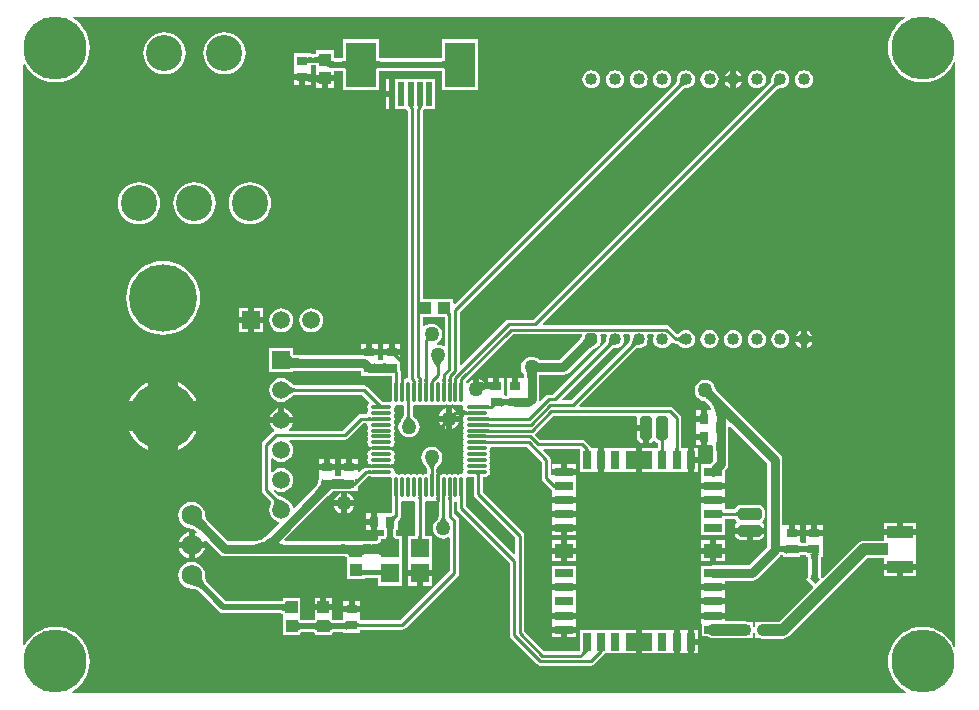
<source format=gtl>
G04 Layer_Physical_Order=1*
G04 Layer_Color=255*
%FSLAX24Y24*%
%MOIN*%
G70*
G01*
G75*
%ADD10R,0.0866X0.0413*%
%ADD11R,0.0433X0.0413*%
G04:AMPARAMS|DCode=12|XSize=39.4mil|YSize=78.7mil|CornerRadius=9.8mil|HoleSize=0mil|Usage=FLASHONLY|Rotation=0.000|XOffset=0mil|YOffset=0mil|HoleType=Round|Shape=RoundedRectangle|*
%AMROUNDEDRECTD12*
21,1,0.0394,0.0591,0,0,0.0*
21,1,0.0197,0.0787,0,0,0.0*
1,1,0.0197,0.0098,-0.0295*
1,1,0.0197,-0.0098,-0.0295*
1,1,0.0197,-0.0098,0.0295*
1,1,0.0197,0.0098,0.0295*
%
%ADD12ROUNDEDRECTD12*%
G04:AMPARAMS|DCode=13|XSize=39.4mil|YSize=78.7mil|CornerRadius=9.8mil|HoleSize=0mil|Usage=FLASHONLY|Rotation=90.000|XOffset=0mil|YOffset=0mil|HoleType=Round|Shape=RoundedRectangle|*
%AMROUNDEDRECTD13*
21,1,0.0394,0.0591,0,0,90.0*
21,1,0.0197,0.0787,0,0,90.0*
1,1,0.0197,0.0295,0.0098*
1,1,0.0197,0.0295,-0.0098*
1,1,0.0197,-0.0295,-0.0098*
1,1,0.0197,-0.0295,0.0098*
%
%ADD13ROUNDEDRECTD13*%
%ADD14R,0.0413X0.0394*%
%ADD15R,0.0984X0.1496*%
%ADD16R,0.0197X0.0787*%
%ADD17O,0.0709X0.0118*%
%ADD18O,0.0118X0.0709*%
%ADD19R,0.0354X0.0315*%
%ADD20R,0.0394X0.0413*%
%ADD21R,0.0591X0.0630*%
%ADD22R,0.0315X0.0354*%
G04:AMPARAMS|DCode=23|XSize=19.7mil|YSize=23.6mil|CornerRadius=0mil|HoleSize=0mil|Usage=FLASHONLY|Rotation=225.000|XOffset=0mil|YOffset=0mil|HoleType=Round|Shape=Rectangle|*
%AMROTATEDRECTD23*
4,1,4,-0.0014,0.0153,0.0153,-0.0014,0.0014,-0.0153,-0.0153,0.0014,-0.0014,0.0153,0.0*
%
%ADD23ROTATEDRECTD23*%

%ADD24R,0.0276X0.0591*%
%ADD25R,0.0906X0.0591*%
%ADD26R,0.0591X0.0276*%
%ADD27R,0.0591X0.0512*%
%ADD28C,0.1000*%
%ADD29C,0.0200*%
%ADD30C,0.0300*%
%ADD31C,0.0100*%
%ADD32C,0.0400*%
%ADD33C,0.0150*%
%ADD34C,0.1200*%
%ADD35C,0.2250*%
%ADD36C,0.0689*%
%ADD37C,0.2100*%
%ADD38R,0.0591X0.0591*%
%ADD39C,0.0591*%
%ADD40R,0.0591X0.0591*%
G04:AMPARAMS|DCode=41|XSize=40mil|YSize=40mil|CornerRadius=10mil|HoleSize=0mil|Usage=FLASHONLY|Rotation=90.000|XOffset=0mil|YOffset=0mil|HoleType=Round|Shape=RoundedRectangle|*
%AMROUNDEDRECTD41*
21,1,0.0400,0.0200,0,0,90.0*
21,1,0.0200,0.0400,0,0,90.0*
1,1,0.0200,0.0100,0.0100*
1,1,0.0200,0.0100,-0.0100*
1,1,0.0200,-0.0100,-0.0100*
1,1,0.0200,-0.0100,0.0100*
%
%ADD41ROUNDEDRECTD41*%
%ADD42C,0.0400*%
%ADD43C,0.0500*%
G36*
X68177Y32651D02*
X68082Y32593D01*
X67944Y32476D01*
X67827Y32338D01*
X67732Y32184D01*
X67663Y32016D01*
X67621Y31840D01*
X67606Y31660D01*
X67621Y31480D01*
X67663Y31304D01*
X67732Y31136D01*
X67827Y30982D01*
X67944Y30844D01*
X68082Y30727D01*
X68236Y30632D01*
X68404Y30563D01*
X68580Y30521D01*
X68760Y30506D01*
X68940Y30521D01*
X69116Y30563D01*
X69284Y30632D01*
X69438Y30727D01*
X69576Y30844D01*
X69693Y30982D01*
X69788Y31136D01*
X69808Y31185D01*
X69857Y31175D01*
Y11695D01*
X69808Y11685D01*
X69788Y11734D01*
X69693Y11888D01*
X69576Y12026D01*
X69438Y12143D01*
X69284Y12238D01*
X69116Y12307D01*
X68940Y12349D01*
X68760Y12364D01*
X68580Y12349D01*
X68404Y12307D01*
X68236Y12238D01*
X68082Y12143D01*
X67944Y12026D01*
X67827Y11888D01*
X67732Y11734D01*
X67663Y11566D01*
X67621Y11390D01*
X67606Y11210D01*
X67621Y11030D01*
X67663Y10854D01*
X67732Y10686D01*
X67827Y10532D01*
X67944Y10394D01*
X68082Y10277D01*
X68202Y10203D01*
X68188Y10153D01*
X40422D01*
X40408Y10203D01*
X40528Y10277D01*
X40666Y10394D01*
X40783Y10532D01*
X40878Y10686D01*
X40947Y10854D01*
X40989Y11030D01*
X41004Y11210D01*
X40989Y11390D01*
X40947Y11566D01*
X40878Y11734D01*
X40783Y11888D01*
X40666Y12026D01*
X40528Y12143D01*
X40374Y12238D01*
X40206Y12307D01*
X40030Y12349D01*
X39850Y12364D01*
X39670Y12349D01*
X39494Y12307D01*
X39326Y12238D01*
X39172Y12143D01*
X39034Y12026D01*
X38917Y11888D01*
X38835Y11754D01*
X38785Y11768D01*
Y31102D01*
X38835Y31116D01*
X38917Y30982D01*
X39034Y30844D01*
X39172Y30727D01*
X39326Y30632D01*
X39494Y30563D01*
X39670Y30521D01*
X39850Y30506D01*
X40030Y30521D01*
X40206Y30563D01*
X40374Y30632D01*
X40528Y30727D01*
X40666Y30844D01*
X40783Y30982D01*
X40878Y31136D01*
X40947Y31304D01*
X40989Y31480D01*
X41004Y31660D01*
X40989Y31840D01*
X40947Y32016D01*
X40878Y32184D01*
X40783Y32338D01*
X40666Y32476D01*
X40528Y32593D01*
X40433Y32651D01*
X40447Y32701D01*
X68163D01*
X68177Y32651D01*
D02*
G37*
%LPC*%
G36*
X57215Y14800D02*
X56920D01*
Y14544D01*
X57215D01*
Y14800D01*
D02*
G37*
G36*
X62176D02*
X61880D01*
Y14544D01*
X62176D01*
Y14800D01*
D02*
G37*
G36*
X61680D02*
X61385D01*
Y14544D01*
X61680D01*
Y14800D01*
D02*
G37*
G36*
X68525Y14270D02*
X68092D01*
Y14063D01*
X68525D01*
Y14270D01*
D02*
G37*
G36*
X61516Y20599D02*
X61424Y20587D01*
X61339Y20552D01*
X61266Y20496D01*
X61210Y20423D01*
X61175Y20337D01*
X61163Y20246D01*
X61175Y20155D01*
X61210Y20070D01*
X61266Y19996D01*
X61339Y19940D01*
X61424Y19905D01*
X61500Y19895D01*
X61501Y19894D01*
X61507Y19890D01*
X61538Y19864D01*
X61632Y19769D01*
X61658Y19737D01*
X61685Y19697D01*
X61708Y19656D01*
X61722Y19627D01*
X61707Y19594D01*
X61688Y19577D01*
X61574D01*
Y19300D01*
X61474D01*
Y19200D01*
X61217D01*
Y19027D01*
X61217Y19023D01*
Y18977D01*
X61217Y18973D01*
Y18800D01*
X61474D01*
Y18700D01*
X61574D01*
Y18423D01*
X61718D01*
X61732Y18423D01*
X61770Y18394D01*
X61771Y18363D01*
Y17889D01*
X61658Y17776D01*
X61385D01*
Y17300D01*
Y17165D01*
X62176D01*
Y17300D01*
Y17573D01*
X62206Y17603D01*
X62261Y17686D01*
X62280Y17783D01*
Y18423D01*
X62283D01*
Y18520D01*
X62284Y18524D01*
X62284Y18525D01*
X62284Y18525D01*
X62283Y18529D01*
Y18872D01*
X62284Y18876D01*
X62284Y18877D01*
X62284Y18878D01*
X62283Y18913D01*
Y18977D01*
X62283D01*
Y19023D01*
X62293Y19039D01*
X62353Y19048D01*
X63574Y17827D01*
Y15017D01*
X62964Y14407D01*
X61780D01*
X61694Y14390D01*
X61385D01*
Y13914D01*
Y13780D01*
X62176D01*
Y13897D01*
X63069D01*
X63167Y13916D01*
X63250Y13972D01*
X64009Y14731D01*
X64019Y14746D01*
X64086D01*
X64090Y14746D01*
X64114Y14744D01*
X64124Y14742D01*
Y14693D01*
X64221D01*
X64225Y14692D01*
X64229Y14693D01*
X64573D01*
X64577Y14692D01*
X64581Y14693D01*
X64678D01*
Y14742D01*
X64686Y14744D01*
X64722Y14746D01*
X64836D01*
X64840Y14746D01*
X64864Y14744D01*
X64874Y14742D01*
Y14693D01*
X64949D01*
X64953Y14677D01*
X64956Y14655D01*
X64957Y14642D01*
Y14137D01*
X64951Y14082D01*
X64948Y14062D01*
X64944Y14046D01*
X64940Y14033D01*
X64937Y14026D01*
X64936Y14024D01*
X64931Y14018D01*
X64930Y14017D01*
X64866Y13953D01*
X64930Y13889D01*
X64931Y13888D01*
X64933Y13886D01*
X64942Y13877D01*
X64944Y13875D01*
X64945Y13874D01*
X65001Y13818D01*
X65017Y13795D01*
X65040Y13779D01*
X65111Y13708D01*
Y13658D01*
X63984Y12531D01*
X63426D01*
X63353Y12522D01*
X63315Y12506D01*
X63189D01*
Y12400D01*
X63182Y12391D01*
X63165Y12350D01*
X63112Y12352D01*
X63111Y12356D01*
Y12506D01*
X62988D01*
X62920Y12534D01*
X62848Y12543D01*
X62176D01*
Y12635D01*
X61385D01*
Y12497D01*
X61385Y12497D01*
X61385Y12497D01*
X61406Y12456D01*
Y12046D01*
X61605D01*
X61640Y12019D01*
X61708Y11991D01*
X61780Y11981D01*
X62848D01*
X62920Y11991D01*
X62929Y11994D01*
X63111D01*
Y12151D01*
X63158Y12161D01*
X63161Y12160D01*
X63182Y12109D01*
X63189Y12100D01*
Y11994D01*
X63315D01*
X63353Y11978D01*
X63426Y11969D01*
X64100D01*
X64100Y11969D01*
X64173Y11978D01*
X64241Y12007D01*
X64299Y12051D01*
X66916Y14669D01*
X66985D01*
X67094Y14668D01*
X67106Y14668D01*
Y14665D01*
X67188D01*
X67194Y14664D01*
X67199Y14665D01*
X67205Y14665D01*
X67206Y14665D01*
X67459D01*
Y14470D01*
X68525D01*
Y14677D01*
Y15225D01*
Y15431D01*
X67459D01*
Y15236D01*
X67106D01*
Y15235D01*
X66861Y15231D01*
X66800D01*
X66800Y15231D01*
X66727Y15222D01*
X66659Y15193D01*
X66601Y15149D01*
X66601Y15149D01*
X65440Y13988D01*
X65440Y13988D01*
X65392Y13995D01*
X65385Y13998D01*
X65381Y14006D01*
X65378Y14018D01*
X65374Y14034D01*
X65370Y14053D01*
X65365Y14124D01*
Y14645D01*
X65365Y14658D01*
X65368Y14681D01*
X65370Y14693D01*
X65428D01*
Y14790D01*
X65429Y14794D01*
X65428Y14798D01*
Y15194D01*
X65428Y15207D01*
Y15244D01*
X65428Y15257D01*
Y15401D01*
X64874D01*
Y15257D01*
X64874Y15244D01*
Y15207D01*
X64874Y15194D01*
Y15158D01*
X64866Y15156D01*
X64829Y15154D01*
X64726D01*
X64678Y15184D01*
X64678Y15244D01*
X64678Y15257D01*
Y15401D01*
X64401D01*
Y15501D01*
X64301D01*
Y15759D01*
X64134D01*
X64124Y15759D01*
X64084Y15783D01*
Y17933D01*
X64064Y18031D01*
X64009Y18113D01*
X62206Y19916D01*
X61888Y20234D01*
X61873Y20253D01*
X61867Y20261D01*
X61867Y20262D01*
X61857Y20337D01*
X61821Y20423D01*
X61765Y20496D01*
X61692Y20552D01*
X61607Y20587D01*
X61516Y20599D01*
D02*
G37*
G36*
X56720Y14800D02*
X56424D01*
Y14544D01*
X56720D01*
Y14800D01*
D02*
G37*
G36*
Y15256D02*
X56424D01*
Y15000D01*
X56720D01*
Y15256D01*
D02*
G37*
G36*
X61374Y19577D02*
X61217D01*
Y19400D01*
X61374D01*
Y19577D01*
D02*
G37*
G36*
X47483Y19642D02*
Y19356D01*
X47768D01*
X47768Y19359D01*
X47728Y19456D01*
X47665Y19538D01*
X47582Y19602D01*
X47486Y19641D01*
X47483Y19642D01*
D02*
G37*
G36*
X43345Y20611D02*
X43253Y20603D01*
X43065Y20558D01*
X42887Y20485D01*
X42723Y20384D01*
X42576Y20259D01*
X42451Y20112D01*
X42350Y19948D01*
X42276Y19769D01*
X42231Y19582D01*
X42224Y19490D01*
X43345D01*
Y20611D01*
D02*
G37*
G36*
X44300Y14975D02*
X43964D01*
X43967Y14959D01*
X44011Y14851D01*
X44083Y14758D01*
X44175Y14687D01*
X44284Y14642D01*
X44300Y14640D01*
Y14975D01*
D02*
G37*
G36*
X44835D02*
X44500D01*
Y14640D01*
X44516Y14642D01*
X44624Y14687D01*
X44717Y14758D01*
X44788Y14851D01*
X44833Y14959D01*
X44835Y14975D01*
D02*
G37*
G36*
X43545Y20611D02*
Y19490D01*
X44666D01*
X44659Y19582D01*
X44614Y19769D01*
X44540Y19948D01*
X44439Y20112D01*
X44314Y20259D01*
X44167Y20384D01*
X44003Y20485D01*
X43825Y20558D01*
X43637Y20603D01*
X43545Y20611D01*
D02*
G37*
G36*
X67892Y14270D02*
X67459D01*
Y14063D01*
X67892D01*
Y14270D01*
D02*
G37*
G36*
X50592Y21793D02*
X50415D01*
Y21635D01*
X50592D01*
Y21793D01*
D02*
G37*
G36*
X50215D02*
X50038D01*
Y21635D01*
X50215D01*
Y21793D01*
D02*
G37*
G36*
X49634Y13230D02*
X49457D01*
Y13072D01*
X49634D01*
Y13230D01*
D02*
G37*
G36*
X62176Y13107D02*
X61385D01*
Y12969D01*
Y12835D01*
X62176D01*
Y12969D01*
Y13107D01*
D02*
G37*
G36*
X51340Y21793D02*
X51163D01*
Y21635D01*
X51340D01*
Y21793D01*
D02*
G37*
G36*
X50963D02*
X50786D01*
Y21635D01*
X50963D01*
Y21793D01*
D02*
G37*
G36*
X50011Y13230D02*
X49834D01*
Y13072D01*
X50011D01*
Y13230D01*
D02*
G37*
G36*
X51914Y14042D02*
X51618D01*
Y13727D01*
X51914D01*
Y14042D01*
D02*
G37*
G36*
X52409D02*
X52114D01*
Y13727D01*
X52409D01*
Y14042D01*
D02*
G37*
G36*
X57215Y14390D02*
X56424D01*
Y13914D01*
Y13780D01*
X57215D01*
Y13914D01*
Y14390D01*
D02*
G37*
G36*
X48689Y13319D02*
X48493D01*
Y13112D01*
X48689D01*
Y13319D01*
D02*
G37*
G36*
X49086D02*
X48889D01*
Y13112D01*
X49086D01*
Y13319D01*
D02*
G37*
G36*
X62176Y13580D02*
X61385D01*
Y13442D01*
Y13307D01*
X62176D01*
Y13442D01*
Y13580D01*
D02*
G37*
G36*
X43345Y19290D02*
X42224D01*
X42231Y19198D01*
X42276Y19010D01*
X42350Y18832D01*
X42451Y18668D01*
X42576Y18521D01*
X42723Y18396D01*
X42887Y18295D01*
X43065Y18221D01*
X43253Y18176D01*
X43345Y18169D01*
Y19290D01*
D02*
G37*
G36*
X61270Y18327D02*
X61132D01*
Y18032D01*
X61270D01*
Y18327D01*
D02*
G37*
G36*
X62176Y16493D02*
X61385D01*
Y16355D01*
Y15883D01*
Y15410D01*
X62176D01*
Y15968D01*
X62507D01*
X62512Y15945D01*
X62556Y15879D01*
X62569Y15870D01*
Y15820D01*
X62556Y15812D01*
X62512Y15746D01*
X62497Y15670D01*
X63491D01*
X63476Y15746D01*
X63432Y15812D01*
X63420Y15820D01*
Y15870D01*
X63432Y15879D01*
X63476Y15945D01*
X63492Y16022D01*
Y16219D01*
X63476Y16296D01*
X63432Y16362D01*
X63367Y16406D01*
X63289Y16421D01*
X62699D01*
X62621Y16406D01*
X62556Y16362D01*
X62512Y16296D01*
X62507Y16273D01*
X62176D01*
Y16493D01*
D02*
G37*
G36*
X67892Y15838D02*
X67459D01*
Y15632D01*
X67892D01*
Y15838D01*
D02*
G37*
G36*
X68525D02*
X68092D01*
Y15632D01*
X68525D01*
Y15838D01*
D02*
G37*
G36*
X44666Y19290D02*
X43545D01*
Y18169D01*
X43637Y18176D01*
X43825Y18221D01*
X44003Y18295D01*
X44167Y18396D01*
X44314Y18521D01*
X44439Y18668D01*
X44540Y18832D01*
X44614Y19010D01*
X44659Y19198D01*
X44666Y19290D01*
D02*
G37*
G36*
X57215Y16020D02*
X56424D01*
Y15883D01*
Y15748D01*
X57215D01*
Y15883D01*
Y16020D01*
D02*
G37*
G36*
X61270Y17831D02*
X61132D01*
Y17536D01*
X61270D01*
Y17831D01*
D02*
G37*
G36*
X59200Y18327D02*
X58140D01*
Y17931D01*
Y17536D01*
X59200D01*
Y17931D01*
Y18327D01*
D02*
G37*
G36*
X62176Y16965D02*
X61385D01*
Y16828D01*
Y16693D01*
X62176D01*
Y16828D01*
Y16965D01*
D02*
G37*
G36*
X57215Y17776D02*
X56920D01*
Y17638D01*
X57215D01*
Y17776D01*
D02*
G37*
G36*
X56720D02*
X56424D01*
Y17638D01*
X56720D01*
Y17776D01*
D02*
G37*
G36*
X57215Y16493D02*
X56424D01*
Y16355D01*
Y16220D01*
X57215D01*
Y16355D01*
Y16493D01*
D02*
G37*
G36*
X65428Y15759D02*
X65251D01*
Y15601D01*
X65428D01*
Y15759D01*
D02*
G37*
G36*
X62176Y15256D02*
X61880D01*
Y15000D01*
X62176D01*
Y15256D01*
D02*
G37*
G36*
X44300Y15510D02*
X44284Y15508D01*
X44175Y15463D01*
X44083Y15392D01*
X44011Y15299D01*
X43967Y15191D01*
X43964Y15175D01*
X44300D01*
Y15510D01*
D02*
G37*
G36*
X62894Y15470D02*
X62497D01*
X62512Y15395D01*
X62556Y15329D01*
X62621Y15285D01*
X62699Y15270D01*
X62894D01*
Y15470D01*
D02*
G37*
G36*
X47283Y19642D02*
X47279Y19641D01*
X47183Y19602D01*
X47101Y19538D01*
X47037Y19456D01*
X46998Y19359D01*
X46997Y19356D01*
X47283D01*
Y19642D01*
D02*
G37*
G36*
X57215Y15256D02*
X56920D01*
Y15000D01*
X57215D01*
Y15256D01*
D02*
G37*
G36*
X61680D02*
X61385D01*
Y15000D01*
X61680D01*
Y15256D01*
D02*
G37*
G36*
X63491Y15470D02*
X63094D01*
Y15270D01*
X63289D01*
X63367Y15285D01*
X63432Y15329D01*
X63476Y15395D01*
X63491Y15470D01*
D02*
G37*
G36*
X59437Y18884D02*
X59237D01*
Y18689D01*
X59252Y18612D01*
X59296Y18546D01*
X59362Y18502D01*
X59437Y18487D01*
Y18884D01*
D02*
G37*
G36*
X65051Y15759D02*
X64874D01*
Y15601D01*
X65051D01*
Y15759D01*
D02*
G37*
G36*
X61374Y18600D02*
X61217D01*
Y18423D01*
X61374D01*
Y18600D01*
D02*
G37*
G36*
X56720Y15548D02*
X56424D01*
Y15410D01*
X56720D01*
Y15548D01*
D02*
G37*
G36*
X57215D02*
X56920D01*
Y15410D01*
X57215D01*
Y15548D01*
D02*
G37*
G36*
X64501Y15759D02*
Y15601D01*
X64678D01*
Y15759D01*
X64501D01*
D02*
G37*
G36*
X63233Y30914D02*
X63154Y30904D01*
X63081Y30873D01*
X63019Y30825D01*
X62971Y30763D01*
X62940Y30690D01*
X62930Y30611D01*
X62940Y30533D01*
X62971Y30460D01*
X63019Y30397D01*
X63081Y30349D01*
X63154Y30319D01*
X63233Y30309D01*
X63311Y30319D01*
X63384Y30349D01*
X63447Y30397D01*
X63495Y30460D01*
X63525Y30533D01*
X63535Y30611D01*
X63525Y30690D01*
X63495Y30763D01*
X63447Y30825D01*
X63384Y30873D01*
X63311Y30904D01*
X63233Y30914D01*
D02*
G37*
G36*
X61658D02*
X61580Y30904D01*
X61507Y30873D01*
X61444Y30825D01*
X61396Y30763D01*
X61366Y30690D01*
X61355Y30611D01*
X61366Y30533D01*
X61396Y30460D01*
X61444Y30397D01*
X61507Y30349D01*
X61580Y30319D01*
X61658Y30309D01*
X61736Y30319D01*
X61809Y30349D01*
X61872Y30397D01*
X61920Y30460D01*
X61950Y30533D01*
X61960Y30611D01*
X61950Y30690D01*
X61920Y30763D01*
X61872Y30825D01*
X61809Y30873D01*
X61736Y30904D01*
X61658Y30914D01*
D02*
G37*
G36*
X64020D02*
X63942Y30904D01*
X63869Y30873D01*
X63806Y30825D01*
X63758Y30763D01*
X63728Y30690D01*
X63717Y30611D01*
X63718Y30607D01*
X63718Y30589D01*
X63717Y30571D01*
X63715Y30556D01*
X63712Y30542D01*
X63709Y30531D01*
X63706Y30521D01*
X63702Y30513D01*
X63698Y30507D01*
X63696Y30504D01*
X55785Y22593D01*
X54958D01*
X54900Y22581D01*
X54850Y22548D01*
X53378Y21076D01*
X53332Y21095D01*
Y22857D01*
X60763Y30288D01*
X60766Y30290D01*
X60772Y30293D01*
X60780Y30297D01*
X60790Y30300D01*
X60801Y30303D01*
X60813Y30306D01*
X60849Y30309D01*
X60866Y30309D01*
X60870Y30309D01*
X60949Y30319D01*
X61022Y30349D01*
X61084Y30397D01*
X61133Y30460D01*
X61163Y30533D01*
X61173Y30611D01*
X61163Y30690D01*
X61133Y30763D01*
X61084Y30825D01*
X61022Y30873D01*
X60949Y30904D01*
X60870Y30914D01*
X60792Y30904D01*
X60719Y30873D01*
X60657Y30825D01*
X60608Y30763D01*
X60578Y30690D01*
X60568Y30611D01*
X60568Y30607D01*
X60568Y30589D01*
X60567Y30571D01*
X60565Y30556D01*
X60563Y30542D01*
X60559Y30531D01*
X60556Y30521D01*
X60552Y30513D01*
X60549Y30507D01*
X60547Y30504D01*
X53168Y23125D01*
X53122Y23144D01*
Y23279D01*
X52508D01*
Y23279D01*
X52492D01*
Y23279D01*
X52103D01*
Y29554D01*
X52116Y29566D01*
X52149Y29616D01*
X52151Y29624D01*
X52521D01*
Y30612D01*
X51163D01*
Y30118D01*
Y29624D01*
X51550D01*
X51552Y29616D01*
X51585Y29566D01*
X51597Y29554D01*
Y20658D01*
X51552Y20649D01*
X51516Y20624D01*
X51479Y20649D01*
X51417Y20661D01*
X51412Y20660D01*
X51373Y20692D01*
Y20827D01*
X51362Y20885D01*
X51340Y20918D01*
Y21228D01*
X51340Y21242D01*
Y21278D01*
X51340Y21292D01*
Y21435D01*
X51245D01*
X51245Y21435D01*
X51257Y21419D01*
X51271Y21401D01*
X51310Y21359D01*
X51219Y21308D01*
X51200Y21327D01*
X51164Y21357D01*
X51148Y21368D01*
X51133Y21377D01*
X51120Y21382D01*
X51108Y21386D01*
X51096Y21386D01*
X51087Y21384D01*
X51078Y21379D01*
X51152Y21435D01*
X50786D01*
Y21292D01*
X50786Y21278D01*
X50757Y21240D01*
X50726Y21239D01*
X50619D01*
X50592Y21278D01*
Y21435D01*
X50038D01*
Y21413D01*
X47908D01*
X47881Y21415D01*
X47845Y21421D01*
X47817Y21429D01*
X47797Y21437D01*
X47786Y21444D01*
X47781Y21448D01*
X47779Y21450D01*
X47779Y21452D01*
X47778Y21459D01*
Y21652D01*
X46987D01*
Y20861D01*
X47673D01*
X47677Y20860D01*
X47680Y20861D01*
X47683Y20860D01*
X47685Y20861D01*
X47778D01*
Y20896D01*
X47885Y20903D01*
X50036D01*
X50038Y20901D01*
Y20727D01*
X50487D01*
X50491Y20726D01*
X50492Y20726D01*
X50493Y20726D01*
X50528Y20727D01*
X50592D01*
Y20728D01*
X50652Y20729D01*
X50786D01*
Y20727D01*
X50883D01*
X50887Y20726D01*
X50888Y20726D01*
X50888Y20726D01*
X50892Y20727D01*
X51068D01*
Y20561D01*
X51067Y20542D01*
X51067Y20542D01*
X51067Y20542D01*
X51066Y20539D01*
X51066Y20539D01*
X51058Y20499D01*
Y19908D01*
X51061Y19893D01*
X51019Y19851D01*
X51004Y19854D01*
X50778D01*
X50774Y19856D01*
X50767Y19858D01*
X50760Y19863D01*
X50751Y19868D01*
X50742Y19875D01*
X50738Y19879D01*
X50252Y20364D01*
X50203Y20398D01*
X50144Y20409D01*
X47843D01*
X47834Y20411D01*
X47822Y20415D01*
X47806Y20422D01*
X47788Y20433D01*
X47767Y20446D01*
X47745Y20462D01*
X47693Y20508D01*
X47671Y20530D01*
X47665Y20538D01*
X47582Y20602D01*
X47486Y20641D01*
X47383Y20655D01*
X47279Y20641D01*
X47183Y20602D01*
X47101Y20538D01*
X47037Y20456D01*
X46998Y20359D01*
X46984Y20256D01*
X46998Y20153D01*
X47037Y20057D01*
X47101Y19974D01*
X47183Y19911D01*
X47279Y19871D01*
X47383Y19858D01*
X47486Y19871D01*
X47582Y19911D01*
X47665Y19974D01*
X47671Y19983D01*
X47693Y20005D01*
X47745Y20050D01*
X47767Y20066D01*
X47788Y20080D01*
X47806Y20090D01*
X47822Y20097D01*
X47834Y20102D01*
X47843Y20103D01*
X50081D01*
X50318Y19866D01*
X50313Y19816D01*
X50299Y19806D01*
X50264Y19754D01*
X50251Y19692D01*
X50264Y19630D01*
X50288Y19593D01*
X50264Y19557D01*
X50251Y19495D01*
X50252Y19490D01*
X50221Y19451D01*
X50056D01*
X49997Y19439D01*
X49948Y19406D01*
X49445Y18903D01*
X47654D01*
X47637Y18953D01*
X47665Y18974D01*
X47728Y19057D01*
X47768Y19153D01*
X47768Y19156D01*
X46997D01*
X46998Y19153D01*
X47037Y19057D01*
X47101Y18974D01*
X47143Y18942D01*
X47144Y18924D01*
X47136Y18884D01*
X47097Y18858D01*
X46782Y18543D01*
X46748Y18494D01*
X46737Y18435D01*
Y16909D01*
X46748Y16851D01*
X46782Y16801D01*
X47032Y16551D01*
X47036Y16545D01*
X47039Y16538D01*
X47041Y16529D01*
X47043Y16517D01*
X47042Y16503D01*
X47040Y16485D01*
X47035Y16464D01*
X47028Y16440D01*
X47016Y16409D01*
X47015Y16401D01*
X46998Y16359D01*
X46984Y16256D01*
X46998Y16153D01*
X47037Y16057D01*
X47101Y15974D01*
X47183Y15911D01*
X47279Y15871D01*
X47300Y15869D01*
X47316Y15821D01*
X46860Y15366D01*
X46829Y15340D01*
X46788Y15313D01*
X46747Y15290D01*
X46704Y15270D01*
X46660Y15254D01*
X46614Y15241D01*
X46567Y15232D01*
X46526Y15227D01*
X45608D01*
X44906Y15929D01*
X44905Y15930D01*
X44889Y15951D01*
X44877Y15970D01*
X44867Y15989D01*
X44859Y16007D01*
X44853Y16023D01*
X44849Y16040D01*
X44847Y16055D01*
X44846Y16063D01*
X44848Y16075D01*
X44833Y16191D01*
X44788Y16299D01*
X44717Y16392D01*
X44624Y16463D01*
X44516Y16508D01*
X44400Y16523D01*
X44284Y16508D01*
X44175Y16463D01*
X44083Y16392D01*
X44011Y16299D01*
X43967Y16191D01*
X43951Y16075D01*
X43967Y15959D01*
X44011Y15851D01*
X44083Y15758D01*
X44175Y15687D01*
X44284Y15642D01*
X44400Y15626D01*
X44411Y15628D01*
X44419Y15628D01*
X44435Y15625D01*
X44451Y15622D01*
X44468Y15616D01*
X44486Y15608D01*
X44504Y15598D01*
X44524Y15585D01*
X44544Y15570D01*
X44545Y15569D01*
X44578Y15536D01*
X44549Y15494D01*
X44516Y15508D01*
X44500Y15510D01*
Y15175D01*
X44835D01*
X44833Y15191D01*
X44819Y15225D01*
X44861Y15253D01*
X45322Y14792D01*
X45404Y14737D01*
X45502Y14718D01*
X49436D01*
X49462Y14715D01*
X49498Y14709D01*
X49527Y14702D01*
X49546Y14694D01*
X49558Y14687D01*
X49562Y14683D01*
X49563Y14682D01*
X49564Y14681D01*
X49565Y14665D01*
X49565Y14665D01*
X49565Y14575D01*
X49565Y14525D01*
Y13945D01*
X50054D01*
X50058Y13945D01*
X50062Y13945D01*
X50159D01*
Y13997D01*
X50174Y13998D01*
X50602D01*
X50611Y13997D01*
X50619Y13996D01*
Y13727D01*
X51409D01*
Y14519D01*
X51409Y14557D01*
X51409Y14607D01*
Y15399D01*
X51228D01*
X51227Y15402D01*
X51223Y15417D01*
X51219Y15438D01*
X51218Y15453D01*
Y15551D01*
X51218Y15556D01*
X51220Y15580D01*
X51221Y15589D01*
X51271D01*
Y15686D01*
X51272Y15690D01*
X51271Y15694D01*
Y15904D01*
X51293Y15930D01*
X51329Y15965D01*
X51362Y16014D01*
X51373Y16073D01*
Y16526D01*
X51412Y16558D01*
X51417Y16557D01*
X51479Y16569D01*
X51516Y16594D01*
X51552Y16569D01*
X51614Y16557D01*
X51676Y16569D01*
X51713Y16594D01*
X51749Y16569D01*
X51811Y16557D01*
X51816Y16558D01*
X51855Y16526D01*
Y15399D01*
X51618D01*
Y14607D01*
X51618Y14569D01*
X51618Y14519D01*
Y14242D01*
X52409D01*
Y14519D01*
X52409Y14557D01*
X52409Y14607D01*
Y15399D01*
X52161D01*
Y16526D01*
X52199Y16558D01*
X52205Y16557D01*
X52267Y16569D01*
X52303Y16594D01*
X52340Y16569D01*
X52402Y16557D01*
X52464Y16569D01*
X52500Y16594D01*
X52536Y16569D01*
X52598Y16557D01*
X52632Y16529D01*
Y16037D01*
X52631Y16031D01*
X52628Y16021D01*
X52623Y16008D01*
X52616Y15994D01*
X52606Y15979D01*
X52594Y15962D01*
X52559Y15921D01*
X52542Y15904D01*
X52536Y15899D01*
X52480Y15826D01*
X52444Y15741D01*
X52432Y15650D01*
X52444Y15558D01*
X52480Y15473D01*
X52536Y15400D01*
X52609Y15344D01*
X52694Y15309D01*
X52785Y15297D01*
X52877Y15309D01*
X52952Y15340D01*
X53002Y15319D01*
Y14223D01*
X51354Y12574D01*
X50047D01*
X50011Y12610D01*
Y12665D01*
X50011Y12679D01*
Y12715D01*
X50011Y12729D01*
Y12872D01*
X49457D01*
Y12729D01*
X49457Y12715D01*
Y12679D01*
X49457Y12665D01*
Y12595D01*
X49455Y12594D01*
X49440Y12590D01*
X49418Y12587D01*
X49404Y12586D01*
X49140D01*
X49125Y12587D01*
X49104Y12591D01*
X49089Y12595D01*
X49086Y12596D01*
X49086Y12689D01*
X49086Y12739D01*
Y12912D01*
X48493D01*
Y12739D01*
X48493Y12705D01*
X48493Y12655D01*
Y12596D01*
X48490Y12595D01*
X48475Y12591D01*
X48453Y12587D01*
X48438Y12586D01*
X48077D01*
X48062Y12587D01*
X48041Y12591D01*
X48026Y12595D01*
X48023Y12596D01*
X48023Y12689D01*
X48023Y12739D01*
Y13319D01*
X47430D01*
Y13226D01*
X47427Y13225D01*
X47412Y13221D01*
X47390Y13217D01*
X47375Y13216D01*
X45547D01*
X44904Y13859D01*
X44895Y13870D01*
X44884Y13888D01*
X44874Y13908D01*
X44866Y13930D01*
X44859Y13953D01*
X44853Y13979D01*
X44849Y14007D01*
X44847Y14038D01*
X44846Y14062D01*
X44848Y14075D01*
X44833Y14191D01*
X44788Y14299D01*
X44717Y14392D01*
X44624Y14463D01*
X44516Y14508D01*
X44400Y14523D01*
X44284Y14508D01*
X44175Y14463D01*
X44083Y14392D01*
X44011Y14299D01*
X43967Y14191D01*
X43951Y14075D01*
X43967Y13959D01*
X44011Y13851D01*
X44083Y13758D01*
X44175Y13687D01*
X44284Y13642D01*
X44400Y13626D01*
X44413Y13628D01*
X44437Y13628D01*
X44467Y13625D01*
X44495Y13621D01*
X44521Y13616D01*
X44545Y13609D01*
X44566Y13600D01*
X44586Y13590D01*
X44604Y13579D01*
X44616Y13570D01*
X45259Y12927D01*
X45299Y12868D01*
X45365Y12823D01*
X45443Y12808D01*
X47375D01*
X47390Y12807D01*
X47412Y12803D01*
X47427Y12799D01*
X47430Y12798D01*
X47430Y12705D01*
X47430Y12655D01*
Y12075D01*
X48023D01*
Y12168D01*
X48026Y12169D01*
X48041Y12173D01*
X48062Y12177D01*
X48077Y12178D01*
X48438D01*
X48453Y12177D01*
X48475Y12173D01*
X48490Y12169D01*
X48493Y12168D01*
Y12075D01*
X49086D01*
Y12168D01*
X49089Y12169D01*
X49104Y12173D01*
X49125Y12177D01*
X49140Y12178D01*
X49456D01*
X49457Y12178D01*
Y12164D01*
X49554D01*
X49558Y12163D01*
X49562Y12164D01*
X50011D01*
Y12268D01*
X51417D01*
X51476Y12280D01*
X51525Y12313D01*
X53264Y14051D01*
X53297Y14101D01*
X53308Y14159D01*
Y15900D01*
X53297Y15958D01*
X53264Y16008D01*
X53145Y16126D01*
Y16526D01*
X53184Y16558D01*
X53189Y16557D01*
X53194Y16558D01*
X53233Y16526D01*
Y16319D01*
X53245Y16260D01*
X53278Y16211D01*
X55005Y14484D01*
Y12082D01*
X55016Y12024D01*
X55049Y11974D01*
X55911Y11112D01*
X55961Y11079D01*
X56019Y11068D01*
X57707D01*
X57765Y11079D01*
X57815Y11112D01*
X58148Y11446D01*
X58167Y11473D01*
X59200D01*
Y11868D01*
Y12264D01*
X57330D01*
Y11582D01*
X57330Y11582D01*
X57292Y11543D01*
X56153D01*
X55480Y12216D01*
Y15401D01*
X55469Y15459D01*
X55436Y15509D01*
X54101Y16844D01*
Y17364D01*
X54193D01*
X54255Y17377D01*
X54308Y17412D01*
X54343Y17464D01*
X54355Y17526D01*
X54343Y17588D01*
X54318Y17625D01*
X54343Y17661D01*
X54355Y17723D01*
X54343Y17785D01*
X54318Y17822D01*
X54343Y17858D01*
X54355Y17920D01*
X54343Y17982D01*
X54318Y18018D01*
X54343Y18055D01*
X54355Y18117D01*
X54343Y18179D01*
X54318Y18215D01*
X54343Y18252D01*
X54355Y18314D01*
X54354Y18319D01*
X54386Y18358D01*
X55570D01*
X56058Y17870D01*
Y17323D01*
X56069Y17264D01*
X56102Y17215D01*
X56360Y16957D01*
X56410Y16924D01*
X56424Y16921D01*
Y16693D01*
X57215D01*
Y16828D01*
Y17300D01*
Y17438D01*
X56422D01*
X56374Y17412D01*
X56364Y17420D01*
Y17933D01*
X56352Y17992D01*
X56319Y18041D01*
X56114Y18246D01*
X56133Y18292D01*
X57330D01*
Y17536D01*
X57940D01*
Y17931D01*
Y18327D01*
X57713D01*
X57709Y18347D01*
X57676Y18397D01*
X57520Y18553D01*
X57470Y18586D01*
X57411Y18598D01*
X56003D01*
X55842Y18759D01*
X55845Y18796D01*
X56443Y19394D01*
X59221D01*
X59250Y19344D01*
X59237Y19280D01*
Y19084D01*
X59537D01*
Y18984D01*
X59637D01*
Y18487D01*
X59713Y18502D01*
X59779Y18546D01*
X59787Y18559D01*
X59837D01*
X59846Y18546D01*
X59912Y18502D01*
X59934Y18498D01*
Y18327D01*
X59400D01*
Y17931D01*
Y17536D01*
X60932D01*
Y17931D01*
Y18327D01*
X60713D01*
Y19312D01*
X60701Y19371D01*
X60668Y19420D01*
X60433Y19655D01*
X60383Y19689D01*
X60325Y19700D01*
X57327D01*
X57308Y19746D01*
X59188Y21626D01*
X59191Y21628D01*
X59197Y21632D01*
X59205Y21635D01*
X59215Y21639D01*
X59226Y21642D01*
X59239Y21644D01*
X59275Y21648D01*
X59291Y21648D01*
X59296Y21647D01*
X59374Y21658D01*
X59447Y21688D01*
X59510Y21736D01*
X59558Y21799D01*
X59588Y21872D01*
X59598Y21950D01*
X59588Y22028D01*
X59572Y22067D01*
X59605Y22117D01*
X59773D01*
X59807Y22067D01*
X59791Y22028D01*
X59780Y21950D01*
X59791Y21872D01*
X59821Y21799D01*
X59869Y21736D01*
X59932Y21688D01*
X60005Y21658D01*
X60083Y21647D01*
X60161Y21658D01*
X60234Y21688D01*
X60297Y21736D01*
X60345Y21799D01*
X60361Y21837D01*
X60420Y21849D01*
X60427Y21842D01*
X60477Y21809D01*
X60536Y21797D01*
X60566D01*
X60569Y21797D01*
X60576Y21795D01*
X60584Y21792D01*
X60593Y21787D01*
X60604Y21781D01*
X60614Y21774D01*
X60642Y21751D01*
X60654Y21740D01*
X60657Y21736D01*
X60719Y21688D01*
X60792Y21658D01*
X60870Y21647D01*
X60949Y21658D01*
X61022Y21688D01*
X61084Y21736D01*
X61133Y21799D01*
X61163Y21872D01*
X61173Y21950D01*
X61163Y22028D01*
X61133Y22101D01*
X61084Y22164D01*
X61022Y22212D01*
X60949Y22242D01*
X60870Y22253D01*
X60792Y22242D01*
X60719Y22212D01*
X60657Y22164D01*
X60654Y22160D01*
X60641Y22148D01*
X60628Y22136D01*
X60615Y22127D01*
X60604Y22119D01*
X60593Y22113D01*
X60590Y22111D01*
X60324Y22378D01*
X60274Y22411D01*
X60216Y22423D01*
X56113D01*
X56094Y22469D01*
X63913Y30288D01*
X63915Y30290D01*
X63922Y30293D01*
X63930Y30297D01*
X63939Y30300D01*
X63951Y30303D01*
X63963Y30306D01*
X63999Y30309D01*
X64016Y30309D01*
X64020Y30309D01*
X64098Y30319D01*
X64171Y30349D01*
X64234Y30397D01*
X64282Y30460D01*
X64312Y30533D01*
X64323Y30611D01*
X64312Y30690D01*
X64282Y30763D01*
X64234Y30825D01*
X64171Y30873D01*
X64098Y30904D01*
X64020Y30914D01*
D02*
G37*
G36*
X64807D02*
X64729Y30904D01*
X64656Y30873D01*
X64594Y30825D01*
X64545Y30763D01*
X64515Y30690D01*
X64505Y30611D01*
X64515Y30533D01*
X64545Y30460D01*
X64594Y30397D01*
X64656Y30349D01*
X64729Y30319D01*
X64807Y30309D01*
X64886Y30319D01*
X64959Y30349D01*
X65021Y30397D01*
X65070Y30460D01*
X65100Y30533D01*
X65110Y30611D01*
X65100Y30690D01*
X65070Y30763D01*
X65021Y30825D01*
X64959Y30873D01*
X64886Y30904D01*
X64807Y30914D01*
D02*
G37*
G36*
X49126Y30540D02*
X48929D01*
Y30333D01*
X49126D01*
Y30540D01*
D02*
G37*
G36*
X62729Y30511D02*
X62545D01*
Y30328D01*
X62597Y30349D01*
X62659Y30397D01*
X62707Y30460D01*
X62729Y30511D01*
D02*
G37*
G36*
X62345D02*
X62162D01*
X62183Y30460D01*
X62231Y30397D01*
X62294Y30349D01*
X62345Y30328D01*
Y30511D01*
D02*
G37*
G36*
X50963Y30612D02*
X50865D01*
Y30218D01*
X50963D01*
Y30612D01*
D02*
G37*
G36*
Y30018D02*
X50865D01*
Y29624D01*
X50963D01*
Y30018D01*
D02*
G37*
G36*
X46340Y27183D02*
X46203Y27170D01*
X46071Y27130D01*
X45949Y27065D01*
X45843Y26977D01*
X45755Y26871D01*
X45690Y26749D01*
X45650Y26617D01*
X45637Y26480D01*
X45650Y26343D01*
X45690Y26211D01*
X45755Y26089D01*
X45843Y25983D01*
X45949Y25895D01*
X46071Y25830D01*
X46203Y25790D01*
X46340Y25777D01*
X46477Y25790D01*
X46609Y25830D01*
X46731Y25895D01*
X46837Y25983D01*
X46925Y26089D01*
X46990Y26211D01*
X47030Y26343D01*
X47043Y26480D01*
X47030Y26617D01*
X46990Y26749D01*
X46925Y26871D01*
X46837Y26977D01*
X46731Y27065D01*
X46609Y27130D01*
X46477Y27170D01*
X46340Y27183D01*
D02*
G37*
G36*
X57721Y30914D02*
X57643Y30904D01*
X57570Y30873D01*
X57507Y30825D01*
X57459Y30763D01*
X57429Y30690D01*
X57418Y30611D01*
X57429Y30533D01*
X57459Y30460D01*
X57507Y30397D01*
X57570Y30349D01*
X57643Y30319D01*
X57721Y30309D01*
X57799Y30319D01*
X57872Y30349D01*
X57935Y30397D01*
X57983Y30460D01*
X58013Y30533D01*
X58023Y30611D01*
X58013Y30690D01*
X57983Y30763D01*
X57935Y30825D01*
X57872Y30873D01*
X57799Y30904D01*
X57721Y30914D01*
D02*
G37*
G36*
X60083D02*
X60005Y30904D01*
X59932Y30873D01*
X59869Y30825D01*
X59821Y30763D01*
X59791Y30690D01*
X59780Y30611D01*
X59791Y30533D01*
X59821Y30460D01*
X59869Y30397D01*
X59932Y30349D01*
X60005Y30319D01*
X60083Y30309D01*
X60161Y30319D01*
X60234Y30349D01*
X60297Y30397D01*
X60345Y30460D01*
X60375Y30533D01*
X60386Y30611D01*
X60375Y30690D01*
X60345Y30763D01*
X60297Y30825D01*
X60234Y30873D01*
X60161Y30904D01*
X60083Y30914D01*
D02*
G37*
G36*
X59296D02*
X59217Y30904D01*
X59144Y30873D01*
X59082Y30825D01*
X59034Y30763D01*
X59003Y30690D01*
X58993Y30611D01*
X59003Y30533D01*
X59034Y30460D01*
X59082Y30397D01*
X59144Y30349D01*
X59217Y30319D01*
X59296Y30309D01*
X59374Y30319D01*
X59447Y30349D01*
X59510Y30397D01*
X59558Y30460D01*
X59588Y30533D01*
X59598Y30611D01*
X59588Y30690D01*
X59558Y30763D01*
X59510Y30825D01*
X59447Y30873D01*
X59374Y30904D01*
X59296Y30914D01*
D02*
G37*
G36*
X58508D02*
X58430Y30904D01*
X58357Y30873D01*
X58294Y30825D01*
X58246Y30763D01*
X58216Y30690D01*
X58206Y30611D01*
X58216Y30533D01*
X58246Y30460D01*
X58294Y30397D01*
X58357Y30349D01*
X58430Y30319D01*
X58508Y30309D01*
X58587Y30319D01*
X58660Y30349D01*
X58722Y30397D01*
X58770Y30460D01*
X58801Y30533D01*
X58811Y30611D01*
X58801Y30690D01*
X58770Y30763D01*
X58722Y30825D01*
X58660Y30873D01*
X58587Y30904D01*
X58508Y30914D01*
D02*
G37*
G36*
X61270Y12264D02*
X61132D01*
Y11968D01*
X61270D01*
Y12264D01*
D02*
G37*
G36*
X56720Y12162D02*
X56424D01*
Y12024D01*
X56720D01*
Y12162D01*
D02*
G37*
G36*
X45490Y32183D02*
X45353Y32170D01*
X45221Y32130D01*
X45099Y32065D01*
X44993Y31977D01*
X44905Y31871D01*
X44840Y31749D01*
X44800Y31617D01*
X44787Y31480D01*
X44800Y31343D01*
X44840Y31211D01*
X44905Y31089D01*
X44993Y30983D01*
X45099Y30895D01*
X45221Y30830D01*
X45353Y30790D01*
X45490Y30777D01*
X45627Y30790D01*
X45759Y30830D01*
X45881Y30895D01*
X45987Y30983D01*
X46075Y31089D01*
X46140Y31211D01*
X46180Y31343D01*
X46193Y31480D01*
X46180Y31617D01*
X46140Y31749D01*
X46075Y31871D01*
X45987Y31977D01*
X45881Y32065D01*
X45759Y32130D01*
X45627Y32170D01*
X45490Y32183D01*
D02*
G37*
G36*
X61270Y11768D02*
X61132D01*
Y11473D01*
X61270D01*
Y11768D01*
D02*
G37*
G36*
X53939Y31950D02*
X52754D01*
Y31316D01*
X52752Y31315D01*
X52737Y31311D01*
X52715Y31308D01*
X52700Y31306D01*
X50686D01*
X50671Y31308D01*
X50649Y31311D01*
X50634Y31315D01*
X50631Y31316D01*
Y31950D01*
X49447D01*
Y31316D01*
X49445Y31315D01*
X49429Y31311D01*
X49408Y31308D01*
X49393Y31306D01*
X49180D01*
X49165Y31308D01*
X49144Y31311D01*
X49128Y31315D01*
X49126Y31316D01*
Y31576D01*
X48532D01*
Y31450D01*
X48525Y31449D01*
X48516Y31448D01*
X48371D01*
X48369Y31448D01*
X48368Y31448D01*
Y31488D01*
X48271D01*
X48267Y31489D01*
X48263Y31488D01*
X47813D01*
Y30987D01*
X47813Y30973D01*
Y30937D01*
X47813Y30923D01*
Y30779D01*
X48267D01*
Y30835D01*
X48269Y30817D01*
X48275Y30801D01*
X48285Y30787D01*
X48293Y30779D01*
X48368D01*
Y30923D01*
X48368Y30937D01*
Y30973D01*
X48368Y30987D01*
Y31089D01*
X48375Y31090D01*
X48384Y31091D01*
X48516D01*
X48525Y31090D01*
X48532Y31089D01*
Y30996D01*
X48532Y30963D01*
X48532D01*
Y30946D01*
X48532Y30946D01*
Y30748D01*
X48536Y30749D01*
X48562Y30756D01*
X48584Y30765D01*
X48602Y30776D01*
X48616Y30789D01*
X48626Y30804D01*
X48632Y30821D01*
X48634Y30840D01*
Y30740D01*
X49126D01*
Y30898D01*
X49393D01*
X49408Y30897D01*
X49429Y30894D01*
X49445Y30890D01*
X49447Y30888D01*
Y30254D01*
X50631D01*
Y30888D01*
X50634Y30890D01*
X50649Y30894D01*
X50671Y30897D01*
X50686Y30898D01*
X52700D01*
X52715Y30897D01*
X52737Y30894D01*
X52752Y30890D01*
X52754Y30888D01*
Y30254D01*
X53939D01*
Y31950D01*
D02*
G37*
G36*
X60460Y12264D02*
X59400D01*
Y11868D01*
Y11473D01*
X60460D01*
Y11868D01*
Y12264D01*
D02*
G37*
G36*
X60932D02*
X60660D01*
Y11868D01*
Y11473D01*
X60932D01*
Y11868D01*
Y12264D01*
D02*
G37*
G36*
X48267Y30579D02*
X48191D01*
Y30422D01*
X48368D01*
Y30535D01*
X48275Y30529D01*
X48269Y30526D01*
X48267Y30523D01*
Y30579D01*
D02*
G37*
G36*
X47991D02*
X47813D01*
Y30422D01*
X47991D01*
Y30579D01*
D02*
G37*
G36*
X57215Y12162D02*
X56920D01*
Y12024D01*
X57215D01*
Y12162D01*
D02*
G37*
G36*
X48729Y30540D02*
X48634D01*
Y30440D01*
X48632Y30459D01*
X48626Y30476D01*
X48616Y30491D01*
X48602Y30504D01*
X48584Y30515D01*
X48562Y30524D01*
X48536Y30531D01*
X48532Y30531D01*
Y30333D01*
X48729D01*
Y30540D01*
D02*
G37*
G36*
X43490Y32183D02*
X43353Y32170D01*
X43221Y32130D01*
X43099Y32065D01*
X42993Y31977D01*
X42905Y31871D01*
X42840Y31749D01*
X42800Y31617D01*
X42787Y31480D01*
X42800Y31343D01*
X42840Y31211D01*
X42905Y31089D01*
X42993Y30983D01*
X43099Y30895D01*
X43221Y30830D01*
X43353Y30790D01*
X43490Y30777D01*
X43627Y30790D01*
X43759Y30830D01*
X43881Y30895D01*
X43987Y30983D01*
X44075Y31089D01*
X44140Y31211D01*
X44180Y31343D01*
X44193Y31480D01*
X44180Y31617D01*
X44140Y31749D01*
X44075Y31871D01*
X43987Y31977D01*
X43881Y32065D01*
X43759Y32130D01*
X43627Y32170D01*
X43490Y32183D01*
D02*
G37*
G36*
X62545Y30895D02*
Y30711D01*
X62729D01*
X62707Y30763D01*
X62659Y30825D01*
X62597Y30873D01*
X62545Y30895D01*
D02*
G37*
G36*
X62345D02*
X62294Y30873D01*
X62231Y30825D01*
X62183Y30763D01*
X62162Y30711D01*
X62345D01*
Y30895D01*
D02*
G37*
G36*
X43445Y24556D02*
X43253Y24540D01*
X43065Y24495D01*
X42887Y24422D01*
X42723Y24321D01*
X42576Y24196D01*
X42451Y24049D01*
X42350Y23885D01*
X42276Y23706D01*
X42231Y23519D01*
X42216Y23327D01*
X42231Y23135D01*
X42276Y22947D01*
X42350Y22769D01*
X42451Y22605D01*
X42576Y22458D01*
X42723Y22333D01*
X42887Y22232D01*
X43065Y22158D01*
X43253Y22113D01*
X43445Y22098D01*
X43637Y22113D01*
X43825Y22158D01*
X44003Y22232D01*
X44167Y22333D01*
X44314Y22458D01*
X44439Y22605D01*
X44540Y22769D01*
X44614Y22947D01*
X44659Y23135D01*
X44674Y23327D01*
X44659Y23519D01*
X44614Y23706D01*
X44540Y23885D01*
X44439Y24049D01*
X44314Y24196D01*
X44167Y24321D01*
X44003Y24422D01*
X43825Y24495D01*
X43637Y24540D01*
X43445Y24556D01*
D02*
G37*
G36*
X47383Y22977D02*
X47279Y22964D01*
X47183Y22924D01*
X47101Y22861D01*
X47037Y22778D01*
X46998Y22682D01*
X46984Y22579D01*
X46998Y22476D01*
X47037Y22379D01*
X47101Y22297D01*
X47183Y22233D01*
X47279Y22194D01*
X47383Y22180D01*
X47486Y22194D01*
X47582Y22233D01*
X47665Y22297D01*
X47728Y22379D01*
X47768Y22476D01*
X47781Y22579D01*
X47768Y22682D01*
X47728Y22778D01*
X47665Y22861D01*
X47582Y22924D01*
X47486Y22964D01*
X47383Y22977D01*
D02*
G37*
G36*
X64707Y22233D02*
X64656Y22212D01*
X64594Y22164D01*
X64545Y22101D01*
X64524Y22050D01*
X64707D01*
Y22233D01*
D02*
G37*
G36*
X64907D02*
Y22050D01*
X65091D01*
X65070Y22101D01*
X65021Y22164D01*
X64959Y22212D01*
X64907Y22233D01*
D02*
G37*
G36*
X46778Y22479D02*
X46483D01*
Y22183D01*
X46778D01*
Y22479D01*
D02*
G37*
G36*
X46283Y22974D02*
X45987D01*
Y22679D01*
X46283D01*
Y22974D01*
D02*
G37*
G36*
X48383Y22977D02*
X48279Y22964D01*
X48183Y22924D01*
X48101Y22861D01*
X48037Y22778D01*
X47998Y22682D01*
X47984Y22579D01*
X47998Y22476D01*
X48037Y22379D01*
X48101Y22297D01*
X48183Y22233D01*
X48279Y22194D01*
X48383Y22180D01*
X48486Y22194D01*
X48582Y22233D01*
X48665Y22297D01*
X48728Y22379D01*
X48768Y22476D01*
X48781Y22579D01*
X48768Y22682D01*
X48728Y22778D01*
X48665Y22861D01*
X48582Y22924D01*
X48486Y22964D01*
X48383Y22977D01*
D02*
G37*
G36*
X46283Y22479D02*
X45987D01*
Y22183D01*
X46283D01*
Y22479D01*
D02*
G37*
G36*
X63233Y22253D02*
X63154Y22242D01*
X63081Y22212D01*
X63019Y22164D01*
X62971Y22101D01*
X62940Y22028D01*
X62930Y21950D01*
X62940Y21872D01*
X62971Y21799D01*
X63019Y21736D01*
X63081Y21688D01*
X63154Y21658D01*
X63233Y21647D01*
X63311Y21658D01*
X63384Y21688D01*
X63447Y21736D01*
X63495Y21799D01*
X63525Y21872D01*
X63535Y21950D01*
X63525Y22028D01*
X63495Y22101D01*
X63447Y22164D01*
X63384Y22212D01*
X63311Y22242D01*
X63233Y22253D01*
D02*
G37*
G36*
X64020D02*
X63942Y22242D01*
X63869Y22212D01*
X63806Y22164D01*
X63758Y22101D01*
X63728Y22028D01*
X63717Y21950D01*
X63728Y21872D01*
X63758Y21799D01*
X63806Y21736D01*
X63869Y21688D01*
X63942Y21658D01*
X64020Y21647D01*
X64098Y21658D01*
X64171Y21688D01*
X64234Y21736D01*
X64282Y21799D01*
X64312Y21872D01*
X64323Y21950D01*
X64312Y22028D01*
X64282Y22101D01*
X64234Y22164D01*
X64171Y22212D01*
X64098Y22242D01*
X64020Y22253D01*
D02*
G37*
G36*
X61658D02*
X61580Y22242D01*
X61507Y22212D01*
X61444Y22164D01*
X61396Y22101D01*
X61366Y22028D01*
X61355Y21950D01*
X61366Y21872D01*
X61396Y21799D01*
X61444Y21736D01*
X61507Y21688D01*
X61580Y21658D01*
X61658Y21647D01*
X61736Y21658D01*
X61809Y21688D01*
X61872Y21736D01*
X61920Y21799D01*
X61950Y21872D01*
X61960Y21950D01*
X61950Y22028D01*
X61920Y22101D01*
X61872Y22164D01*
X61809Y22212D01*
X61736Y22242D01*
X61658Y22253D01*
D02*
G37*
G36*
X62445D02*
X62367Y22242D01*
X62294Y22212D01*
X62231Y22164D01*
X62183Y22101D01*
X62153Y22028D01*
X62143Y21950D01*
X62153Y21872D01*
X62183Y21799D01*
X62231Y21736D01*
X62294Y21688D01*
X62367Y21658D01*
X62445Y21647D01*
X62524Y21658D01*
X62597Y21688D01*
X62659Y21736D01*
X62707Y21799D01*
X62738Y21872D01*
X62748Y21950D01*
X62738Y22028D01*
X62707Y22101D01*
X62659Y22164D01*
X62597Y22212D01*
X62524Y22242D01*
X62445Y22253D01*
D02*
G37*
G36*
X57215Y13580D02*
X56424D01*
Y13442D01*
Y12969D01*
Y12835D01*
X57215D01*
Y12969D01*
Y13442D01*
Y13580D01*
D02*
G37*
G36*
Y12635D02*
X56424D01*
Y12497D01*
Y12362D01*
X57215D01*
Y12497D01*
Y12635D01*
D02*
G37*
G36*
X64707Y21850D02*
X64524D01*
X64545Y21799D01*
X64594Y21736D01*
X64656Y21688D01*
X64707Y21667D01*
Y21850D01*
D02*
G37*
G36*
X65091D02*
X64907D01*
Y21667D01*
X64959Y21688D01*
X65021Y21736D01*
X65070Y21799D01*
X65091Y21850D01*
D02*
G37*
G36*
X46778Y22974D02*
X46483D01*
Y22679D01*
X46778D01*
Y22974D01*
D02*
G37*
G36*
X44490Y27183D02*
X44353Y27170D01*
X44221Y27130D01*
X44099Y27065D01*
X43993Y26977D01*
X43905Y26871D01*
X43840Y26749D01*
X43800Y26617D01*
X43787Y26480D01*
X43800Y26343D01*
X43840Y26211D01*
X43905Y26089D01*
X43993Y25983D01*
X44099Y25895D01*
X44221Y25830D01*
X44353Y25790D01*
X44490Y25777D01*
X44627Y25790D01*
X44759Y25830D01*
X44881Y25895D01*
X44987Y25983D01*
X45075Y26089D01*
X45140Y26211D01*
X45180Y26343D01*
X45193Y26480D01*
X45180Y26617D01*
X45140Y26749D01*
X45075Y26871D01*
X44987Y26977D01*
X44881Y27065D01*
X44759Y27130D01*
X44627Y27170D01*
X44490Y27183D01*
D02*
G37*
G36*
X42640D02*
X42503Y27170D01*
X42371Y27130D01*
X42249Y27065D01*
X42143Y26977D01*
X42055Y26871D01*
X41990Y26749D01*
X41950Y26617D01*
X41937Y26480D01*
X41950Y26343D01*
X41990Y26211D01*
X42055Y26089D01*
X42143Y25983D01*
X42249Y25895D01*
X42371Y25830D01*
X42503Y25790D01*
X42640Y25777D01*
X42777Y25790D01*
X42909Y25830D01*
X43031Y25895D01*
X43137Y25983D01*
X43225Y26089D01*
X43290Y26211D01*
X43330Y26343D01*
X43343Y26480D01*
X43330Y26617D01*
X43290Y26749D01*
X43225Y26871D01*
X43137Y26977D01*
X43031Y27065D01*
X42909Y27130D01*
X42777Y27170D01*
X42640Y27183D01*
D02*
G37*
%LPD*%
G36*
X53602Y17364D02*
X53795D01*
Y16781D01*
X53806Y16722D01*
X53839Y16673D01*
X55175Y15338D01*
Y14812D01*
X55128Y14793D01*
X53539Y16382D01*
Y16658D01*
X53540Y16676D01*
X53540Y16676D01*
X53540Y16676D01*
X53540Y16679D01*
X53540Y16679D01*
X53548Y16719D01*
Y17310D01*
X53545Y17325D01*
X53588Y17367D01*
X53602Y17364D01*
D02*
G37*
G36*
X67194Y14745D02*
X67190Y14746D01*
X67178Y14746D01*
X67096Y14749D01*
X66800Y14750D01*
Y15150D01*
X67194Y15155D01*
Y14745D01*
D02*
G37*
G36*
X57666Y11574D02*
X57651Y11571D01*
X57635Y11566D01*
X57619Y11558D01*
X57601Y11549D01*
X57583Y11537D01*
X57564Y11523D01*
X57525Y11489D01*
X57504Y11468D01*
X57398Y11504D01*
X57404Y11510D01*
X57410Y11517D01*
X57415Y11524D01*
X57419Y11531D01*
X57423Y11538D01*
X57426Y11545D01*
X57428Y11552D01*
X57430Y11560D01*
X57431Y11567D01*
X57431Y11574D01*
X57680Y11576D01*
X57666Y11574D01*
D02*
G37*
G36*
X62601Y16021D02*
X62600Y16030D01*
X62597Y16039D01*
X62592Y16046D01*
X62585Y16053D01*
X62576Y16058D01*
X62565Y16063D01*
X62551Y16066D01*
X62536Y16068D01*
X62519Y16070D01*
X62500Y16070D01*
Y16170D01*
X62519Y16171D01*
X62536Y16172D01*
X62551Y16175D01*
X62565Y16178D01*
X62576Y16183D01*
X62585Y16188D01*
X62592Y16195D01*
X62597Y16202D01*
X62600Y16211D01*
X62601Y16220D01*
Y16021D01*
D02*
G37*
G36*
X62075Y16211D02*
X62078Y16202D01*
X62083Y16195D01*
X62090Y16188D01*
X62099Y16183D01*
X62110Y16178D01*
X62123Y16175D01*
X62138Y16172D01*
X62155Y16171D01*
X62174Y16170D01*
Y16070D01*
X62155Y16070D01*
X62138Y16068D01*
X62123Y16066D01*
X62110Y16062D01*
X62099Y16058D01*
X62090Y16052D01*
X62083Y16046D01*
X62078Y16038D01*
X62075Y16030D01*
X62074Y16020D01*
Y16220D01*
X62075Y16211D01*
D02*
G37*
G36*
X51200Y16085D02*
X51252Y16033D01*
X51226Y16007D01*
X51221Y16001D01*
X51182Y15956D01*
X51176Y15946D01*
X51171Y15938D01*
X51169Y15931D01*
X51169Y15926D01*
X51170Y15922D01*
X51162Y15934D01*
X51126Y15893D01*
X51119Y15881D01*
X51115Y15872D01*
X51114Y15865D01*
X51012Y15966D01*
X51020Y15968D01*
X51029Y15972D01*
X51041Y15979D01*
X51054Y15988D01*
X51088Y16016D01*
X51099Y16026D01*
X51089Y16042D01*
X51092Y16040D01*
X51097Y16039D01*
X51103Y16041D01*
X51110Y16044D01*
X51119Y16050D01*
X51129Y16057D01*
X51154Y16079D01*
X51185Y16108D01*
X51200Y16085D01*
D02*
G37*
G36*
X64225Y14794D02*
X64223Y14804D01*
X64217Y14814D01*
X64207Y14822D01*
X64193Y14830D01*
X64175Y14836D01*
X64153Y14841D01*
X64127Y14845D01*
X64097Y14848D01*
X64025Y14850D01*
Y15050D01*
X64063Y15051D01*
X64127Y15055D01*
X64153Y15059D01*
X64175Y15064D01*
X64193Y15070D01*
X64207Y15078D01*
X64217Y15086D01*
X64223Y15096D01*
X64225Y15106D01*
Y14794D01*
D02*
G37*
G36*
X49667Y15087D02*
Y14676D01*
X49664Y14704D01*
X49655Y14729D01*
X49640Y14751D01*
X49619Y14770D01*
X49592Y14786D01*
X49559Y14799D01*
X49520Y14809D01*
X49475Y14817D01*
X49424Y14821D01*
X49367Y14822D01*
Y15122D01*
X49667Y15087D01*
D02*
G37*
G36*
X53439Y16694D02*
X53439Y16690D01*
X53438Y16684D01*
X53437Y16655D01*
X53436Y16590D01*
X53336D01*
X53331Y16697D01*
X53440D01*
X53439Y16694D01*
D02*
G37*
G36*
X53046D02*
X53045Y16690D01*
X53044Y16684D01*
X53043Y16655D01*
X53042Y16590D01*
X52942D01*
X52938Y16697D01*
X53047D01*
X53046Y16694D01*
D02*
G37*
G36*
X50358Y14822D02*
X50301Y14821D01*
X50250Y14817D01*
X50205Y14809D01*
X50166Y14799D01*
X50133Y14786D01*
X50106Y14770D01*
X50085Y14751D01*
X50070Y14729D01*
X50061Y14704D01*
X50058Y14676D01*
Y15087D01*
X50061Y15094D01*
X50070Y15100D01*
X50085Y15105D01*
X50106Y15110D01*
X50133Y15114D01*
X50205Y15119D01*
X50358Y15122D01*
Y14822D01*
D02*
G37*
G36*
X49079Y16977D02*
X49069Y16974D01*
X49054Y16964D01*
X49033Y16949D01*
X48974Y16898D01*
X48787Y16719D01*
X48726Y16659D01*
X48515Y16872D01*
X48555Y16914D01*
X48591Y16957D01*
X48623Y16999D01*
X48651Y17041D01*
X48674Y17083D01*
X48693Y17124D01*
X48708Y17166D01*
X48719Y17207D01*
X48725Y17249D01*
X48727Y17290D01*
X49079Y16977D01*
D02*
G37*
G36*
X52652Y16694D02*
X52651Y16690D01*
X52651Y16684D01*
X52649Y16655D01*
X52648Y16590D01*
X52548D01*
X52544Y16697D01*
X52653D01*
X52652Y16694D01*
D02*
G37*
G36*
X52847Y16692D02*
X52845Y16685D01*
X52842Y16677D01*
X52841Y16667D01*
X52838Y16643D01*
X52836Y16613D01*
X52835Y16577D01*
X52735Y16562D01*
X52741Y16697D01*
X52850D01*
X52847Y16692D01*
D02*
G37*
G36*
X47209Y16663D02*
X47223Y16654D01*
X47241Y16643D01*
X47291Y16617D01*
X47444Y16550D01*
X47493Y16530D01*
X47111Y16372D01*
X47124Y16406D01*
X47134Y16438D01*
X47141Y16468D01*
X47144Y16496D01*
X47145Y16523D01*
X47142Y16548D01*
X47136Y16571D01*
X47126Y16592D01*
X47114Y16612D01*
X47098Y16630D01*
X47199Y16671D01*
X47209Y16663D01*
D02*
G37*
G36*
X52062Y16694D02*
X52061Y16690D01*
X52060Y16684D01*
X52059Y16655D01*
X52058Y16590D01*
X51958D01*
X51953Y16697D01*
X52062D01*
X52062Y16694D01*
D02*
G37*
G36*
X51274D02*
X51273Y16690D01*
X51273Y16684D01*
X51271Y16655D01*
X51270Y16590D01*
X51170D01*
X51166Y16697D01*
X51275D01*
X51274Y16694D01*
D02*
G37*
G36*
X50721Y14026D02*
X50719Y14041D01*
X50715Y14053D01*
X50707Y14065D01*
X50697Y14074D01*
X50683Y14083D01*
X50666Y14089D01*
X50647Y14095D01*
X50624Y14098D01*
X50598Y14101D01*
X50570Y14101D01*
Y14251D01*
X50598Y14252D01*
X50624Y14254D01*
X50647Y14258D01*
X50666Y14263D01*
X50683Y14270D01*
X50697Y14278D01*
X50707Y14288D01*
X50715Y14299D01*
X50719Y14312D01*
X50721Y14326D01*
Y14026D01*
D02*
G37*
G36*
X50058Y14312D02*
X50063Y14299D01*
X50070Y14288D01*
X50081Y14278D01*
X50095Y14270D01*
X50111Y14263D01*
X50131Y14258D01*
X50154Y14254D01*
X50179Y14252D01*
X50208Y14251D01*
Y14101D01*
X50179Y14101D01*
X50131Y14096D01*
X50112Y14093D01*
X50095Y14088D01*
X50082Y14082D01*
X50071Y14075D01*
X50064Y14066D01*
X50059Y14057D01*
X50058Y14046D01*
X50057Y14326D01*
X50058Y14312D01*
D02*
G37*
G36*
X47923Y12563D02*
X47929Y12546D01*
X47939Y12531D01*
X47953Y12518D01*
X47971Y12507D01*
X47993Y12498D01*
X48019Y12491D01*
X48050Y12486D01*
X48084Y12483D01*
X48122Y12482D01*
Y12282D01*
X48084Y12281D01*
X48050Y12278D01*
X48019Y12273D01*
X47993Y12266D01*
X47971Y12257D01*
X47953Y12246D01*
X47939Y12233D01*
X47929Y12218D01*
X47923Y12201D01*
X47921Y12182D01*
Y12582D01*
X47923Y12563D01*
D02*
G37*
G36*
X65261Y14177D02*
X65261Y14138D01*
X65269Y14040D01*
X65274Y14014D01*
X65279Y13990D01*
X65286Y13970D01*
X65294Y13952D01*
X65302Y13937D01*
X65312Y13925D01*
X65009Y13953D01*
X65019Y13965D01*
X65028Y13980D01*
X65036Y13997D01*
X65042Y14018D01*
X65048Y14042D01*
X65053Y14068D01*
X65059Y14130D01*
X65060Y14166D01*
X65061Y14205D01*
X65261Y14177D01*
D02*
G37*
G36*
X64975Y14794D02*
X65327D01*
X65314Y14792D01*
X65303Y14786D01*
X65293Y14776D01*
X65285Y14762D01*
X65277Y14744D01*
X65271Y14722D01*
X65267Y14696D01*
X65263Y14666D01*
X65261Y14594D01*
X65061D01*
X65060Y14632D01*
X65057Y14666D01*
X65053Y14696D01*
X65047Y14722D01*
X65039Y14744D01*
X65030Y14762D01*
X65019Y14776D01*
X65006Y14786D01*
X64991Y14792D01*
X64975Y14794D01*
X64973Y14804D01*
X64967Y14814D01*
X64957Y14822D01*
X64943Y14830D01*
X64925Y14836D01*
X64903Y14841D01*
X64877Y14845D01*
X64847Y14848D01*
X64775Y14850D01*
X64739Y14849D01*
X64675Y14845D01*
X64649Y14841D01*
X64627Y14836D01*
X64609Y14830D01*
X64595Y14822D01*
X64585Y14814D01*
X64579Y14804D01*
X64577Y14794D01*
Y15106D01*
X64579Y15096D01*
X64585Y15086D01*
X64595Y15078D01*
X64609Y15070D01*
X64627Y15064D01*
X64649Y15059D01*
X64675Y15055D01*
X64705Y15052D01*
X64776Y15050D01*
X64813Y15051D01*
X64877Y15055D01*
X64903Y15059D01*
X64925Y15064D01*
X64943Y15070D01*
X64957Y15078D01*
X64967Y15086D01*
X64973Y15096D01*
X64975Y15106D01*
Y14794D01*
D02*
G37*
G36*
X51159Y15688D02*
X51150Y15682D01*
X51141Y15672D01*
X51134Y15658D01*
X51128Y15640D01*
X51123Y15618D01*
X51119Y15592D01*
X51116Y15562D01*
X51114Y15494D01*
X51115Y15460D01*
X51118Y15426D01*
X51123Y15395D01*
X51130Y15369D01*
X51139Y15347D01*
X51150Y15329D01*
X51163Y15315D01*
X51178Y15305D01*
X51195Y15299D01*
X51214Y15297D01*
X51116D01*
X51120Y15090D01*
X50908D01*
X50909Y15094D01*
X50910Y15104D01*
X50912Y15142D01*
X50913Y15297D01*
X50814D01*
X50833Y15299D01*
X50850Y15305D01*
X50865Y15315D01*
X50878Y15329D01*
X50889Y15347D01*
X50898Y15369D01*
X50905Y15395D01*
X50910Y15426D01*
X50913Y15460D01*
X50914Y15495D01*
X50913Y15528D01*
X50909Y15592D01*
X50905Y15618D01*
X50900Y15640D01*
X50894Y15658D01*
X50886Y15672D01*
X50878Y15682D01*
X50868Y15688D01*
X50858Y15690D01*
X51170D01*
X51159Y15688D01*
D02*
G37*
G36*
X49910Y12512D02*
X49913Y12503D01*
X49918Y12496D01*
X49925Y12489D01*
X49934Y12484D01*
X49945Y12479D01*
X49959Y12476D01*
X49974Y12473D01*
X49991Y12472D01*
X50010Y12471D01*
Y12371D01*
X49991Y12371D01*
X49974Y12369D01*
X49959Y12367D01*
X49945Y12363D01*
X49934Y12359D01*
X49925Y12353D01*
X49918Y12347D01*
X49913Y12339D01*
X49910Y12331D01*
X49909Y12321D01*
Y12521D01*
X49910Y12512D01*
D02*
G37*
G36*
X52058Y15379D02*
X52060Y15362D01*
X52062Y15346D01*
X52066Y15333D01*
X52070Y15322D01*
X52076Y15313D01*
X52082Y15306D01*
X52090Y15301D01*
X52098Y15298D01*
X52108Y15297D01*
X51908D01*
X51917Y15298D01*
X51926Y15301D01*
X51933Y15306D01*
X51940Y15313D01*
X51945Y15322D01*
X51950Y15333D01*
X51953Y15346D01*
X51956Y15362D01*
X51957Y15379D01*
X51958Y15398D01*
X52058D01*
X52058Y15379D01*
D02*
G37*
G36*
X49558Y12265D02*
X49556Y12268D01*
X49550Y12271D01*
X49540Y12274D01*
X49526Y12276D01*
X49508Y12278D01*
X49430Y12281D01*
X49358Y12282D01*
Y12482D01*
X49396Y12483D01*
X49430Y12486D01*
X49460Y12491D01*
X49486Y12497D01*
X49508Y12506D01*
X49526Y12516D01*
X49540Y12529D01*
X49550Y12543D01*
X49556Y12559D01*
X49558Y12578D01*
Y12265D01*
D02*
G37*
G36*
X47364Y15294D02*
X47337Y15258D01*
X47321Y15226D01*
X47314Y15199D01*
X47318Y15175D01*
X47332Y15156D01*
X47356Y15142D01*
X47390Y15131D01*
X47435Y15125D01*
X47490Y15122D01*
X46828Y14822D01*
X46465Y15122D01*
X46525Y15125D01*
X46582Y15131D01*
X46637Y15142D01*
X46691Y15156D01*
X46743Y15175D01*
X46794Y15199D01*
X46842Y15226D01*
X46889Y15258D01*
X46934Y15294D01*
X46978Y15335D01*
X47402D01*
X47364Y15294D01*
D02*
G37*
G36*
X47532Y12812D02*
X47530Y12831D01*
X47524Y12848D01*
X47514Y12863D01*
X47500Y12876D01*
X47482Y12887D01*
X47460Y12896D01*
X47433Y12903D01*
X47403Y12908D01*
X47369Y12911D01*
X47331Y12912D01*
Y13112D01*
X47369Y13113D01*
X47403Y13116D01*
X47433Y13121D01*
X47460Y13128D01*
X47482Y13137D01*
X47500Y13148D01*
X47514Y13161D01*
X47524Y13176D01*
X47530Y13193D01*
X47532Y13212D01*
Y12812D01*
D02*
G37*
G36*
X52837Y16025D02*
X52840Y16006D01*
X52847Y15986D01*
X52855Y15965D01*
X52867Y15944D01*
X52880Y15922D01*
X52897Y15899D01*
X52915Y15876D01*
X52960Y15828D01*
X52610D01*
X52634Y15852D01*
X52674Y15899D01*
X52690Y15922D01*
X52704Y15944D01*
X52715Y15965D01*
X52724Y15986D01*
X52730Y16006D01*
X52734Y16025D01*
X52735Y16045D01*
X52835D01*
X52837Y16025D01*
D02*
G37*
G36*
X50721Y14672D02*
X50718Y14701D01*
X50709Y14726D01*
X50694Y14749D01*
X50673Y14768D01*
X50646Y14785D01*
X50612Y14798D01*
X50573Y14809D01*
X50528Y14816D01*
X50477Y14821D01*
X50420Y14822D01*
Y15122D01*
X50477Y15124D01*
X50528Y15128D01*
X50573Y15136D01*
X50612Y15146D01*
X50646Y15160D01*
X50673Y15176D01*
X50694Y15196D01*
X50709Y15218D01*
X50718Y15244D01*
X50721Y15272D01*
Y14672D01*
D02*
G37*
G36*
X44745Y14033D02*
X44748Y13996D01*
X44753Y13961D01*
X44760Y13928D01*
X44769Y13896D01*
X44781Y13867D01*
X44795Y13839D01*
X44811Y13813D01*
X44829Y13789D01*
X44850Y13766D01*
X44708Y13625D01*
X44686Y13645D01*
X44662Y13663D01*
X44636Y13679D01*
X44608Y13693D01*
X44578Y13705D01*
X44547Y13714D01*
X44514Y13722D01*
X44479Y13727D01*
X44442Y13730D01*
X44403Y13730D01*
X44744Y14071D01*
X44745Y14033D01*
D02*
G37*
G36*
X44745Y16046D02*
X44749Y16020D01*
X44755Y15995D01*
X44764Y15969D01*
X44775Y15944D01*
X44789Y15918D01*
X44806Y15892D01*
X44825Y15867D01*
X44847Y15841D01*
X44871Y15815D01*
X44659Y15603D01*
X44633Y15628D01*
X44608Y15649D01*
X44582Y15669D01*
X44556Y15685D01*
X44531Y15699D01*
X44505Y15711D01*
X44480Y15719D01*
X44454Y15726D01*
X44429Y15729D01*
X44403Y15730D01*
X44744Y16071D01*
X44745Y16046D01*
D02*
G37*
G36*
X48986Y12563D02*
X48992Y12546D01*
X49002Y12531D01*
X49016Y12518D01*
X49034Y12507D01*
X49056Y12498D01*
X49082Y12491D01*
X49113Y12486D01*
X49147Y12483D01*
X49185Y12482D01*
Y12282D01*
X49147Y12281D01*
X49113Y12278D01*
X49082Y12273D01*
X49056Y12266D01*
X49034Y12257D01*
X49016Y12246D01*
X49002Y12233D01*
X48992Y12218D01*
X48986Y12201D01*
X48984Y12182D01*
Y12582D01*
X48986Y12563D01*
D02*
G37*
G36*
X48595Y12182D02*
X48593Y12201D01*
X48587Y12218D01*
X48577Y12233D01*
X48563Y12246D01*
X48545Y12257D01*
X48522Y12266D01*
X48496Y12273D01*
X48466Y12278D01*
X48432Y12281D01*
X48394Y12282D01*
Y12482D01*
X48432Y12483D01*
X48466Y12486D01*
X48496Y12491D01*
X48522Y12498D01*
X48545Y12507D01*
X48563Y12518D01*
X48577Y12531D01*
X48587Y12546D01*
X48593Y12563D01*
X48595Y12582D01*
Y12182D01*
D02*
G37*
G36*
X52850Y20521D02*
X52741D01*
X52742Y20524D01*
X52742Y20528D01*
X52743Y20534D01*
X52745Y20563D01*
X52745Y20628D01*
X52845D01*
X52850Y20521D01*
D02*
G37*
G36*
X53047D02*
X52938D01*
X52938Y20524D01*
X52939Y20528D01*
X52940Y20534D01*
X52941Y20563D01*
X52942Y20628D01*
X53042D01*
X53047Y20521D01*
D02*
G37*
G36*
X52259D02*
X52150D01*
X52151Y20524D01*
X52152Y20528D01*
X52153Y20534D01*
X52154Y20563D01*
X52155Y20628D01*
X52255D01*
X52259Y20521D01*
D02*
G37*
G36*
X51472D02*
X51363D01*
X51364Y20524D01*
X51364Y20528D01*
X51365Y20534D01*
X51367Y20563D01*
X51367Y20628D01*
X51467D01*
X51472Y20521D01*
D02*
G37*
G36*
X52062D02*
X51953D01*
X51954Y20524D01*
X51955Y20528D01*
X51956Y20534D01*
X51957Y20563D01*
X51958Y20628D01*
X52058D01*
X52062Y20521D01*
D02*
G37*
G36*
X51215Y20983D02*
X51226Y20927D01*
X51231Y20912D01*
X51240Y20887D01*
X51245Y20877D01*
X51250Y20869D01*
X51256Y20862D01*
X51185Y20791D01*
X51179Y20797D01*
X51170Y20802D01*
X51160Y20807D01*
X51149Y20812D01*
X51135Y20817D01*
X51103Y20825D01*
X51085Y20829D01*
X51043Y20836D01*
X51212Y21005D01*
X51215Y20983D01*
D02*
G37*
G36*
X55913Y21184D02*
X55922Y21180D01*
X55933Y21176D01*
X55946Y21173D01*
X55962Y21170D01*
X56001Y21166D01*
X56050Y21164D01*
X56078Y21164D01*
Y20864D01*
X56050Y20864D01*
X55962Y20858D01*
X55946Y20855D01*
X55933Y20852D01*
X55922Y20848D01*
X55913Y20844D01*
X55907Y20839D01*
Y21189D01*
X55913Y21184D01*
D02*
G37*
G36*
X55899Y20829D02*
X55894Y20821D01*
X55891Y20810D01*
X55887Y20796D01*
X55885Y20780D01*
X55881Y20741D01*
X55879Y20692D01*
X55878Y20664D01*
X55578D01*
X55578Y20692D01*
X55572Y20780D01*
X55569Y20796D01*
X55566Y20810D01*
X55562Y20821D01*
X55558Y20829D01*
X55553Y20835D01*
X55903D01*
X55899Y20829D01*
D02*
G37*
G36*
X53243Y20521D02*
X53134D01*
X53135Y20524D01*
X53136Y20528D01*
X53137Y20534D01*
X53138Y20563D01*
X53139Y20628D01*
X53239D01*
X53243Y20521D01*
D02*
G37*
G36*
X53440D02*
X53331D01*
X53332Y20524D01*
X53333Y20528D01*
X53334Y20534D01*
X53335Y20563D01*
X53336Y20627D01*
X53436D01*
X53440Y20521D01*
D02*
G37*
G36*
X50664Y19808D02*
X50678Y19796D01*
X50693Y19785D01*
X50707Y19775D01*
X50721Y19768D01*
X50735Y19761D01*
X50749Y19756D01*
X50763Y19752D01*
X50777Y19750D01*
X50791Y19750D01*
X50508D01*
X50521Y19750D01*
X50531Y19752D01*
X50538Y19756D01*
X50543Y19761D01*
X50544Y19768D01*
X50543Y19775D01*
X50538Y19785D01*
X50531Y19796D01*
X50521Y19808D01*
X50508Y19821D01*
X50650D01*
X50664Y19808D01*
D02*
G37*
G36*
X51668Y19883D02*
X51667Y19879D01*
X51666Y19873D01*
X51665Y19844D01*
X51664Y19779D01*
X51564D01*
X51560Y19886D01*
X51669D01*
X51668Y19883D01*
D02*
G37*
G36*
X52930Y19758D02*
X52992Y19746D01*
X53054Y19758D01*
X53091Y19783D01*
X53127Y19758D01*
X53189Y19746D01*
X53251Y19758D01*
X53287Y19783D01*
X53324Y19758D01*
X53386Y19746D01*
X53401Y19749D01*
X53443Y19707D01*
X53440Y19692D01*
X53453Y19630D01*
X53477Y19593D01*
X53477Y19593D01*
X53488Y19577D01*
X53532Y19547D01*
X53580Y19549D01*
Y19534D01*
X53602Y19530D01*
X53898D01*
Y19460D01*
X53602D01*
X53580Y19456D01*
Y19440D01*
X53578Y19441D01*
X53573Y19442D01*
X53567Y19443D01*
X53538Y19444D01*
X53535Y19444D01*
X53488Y19413D01*
X53477Y19396D01*
X53477Y19396D01*
X53453Y19360D01*
X53440Y19298D01*
X53453Y19236D01*
X53477Y19200D01*
X53453Y19163D01*
X53440Y19101D01*
X53453Y19039D01*
X53477Y19003D01*
X53453Y18966D01*
X53440Y18904D01*
X53453Y18842D01*
X53477Y18806D01*
X53453Y18770D01*
X53440Y18707D01*
X53453Y18645D01*
X53477Y18609D01*
X53453Y18573D01*
X53440Y18511D01*
X53453Y18449D01*
X53477Y18412D01*
X53453Y18376D01*
X53440Y18314D01*
X53453Y18252D01*
X53477Y18215D01*
X53453Y18179D01*
X53440Y18117D01*
X53453Y18055D01*
X53477Y18018D01*
X53453Y17982D01*
X53440Y17920D01*
X53453Y17858D01*
X53477Y17822D01*
X53453Y17785D01*
X53440Y17723D01*
X53453Y17661D01*
X53477Y17625D01*
X53453Y17588D01*
X53440Y17526D01*
X53443Y17512D01*
X53401Y17469D01*
X53386Y17472D01*
X53324Y17460D01*
X53287Y17435D01*
X53251Y17460D01*
X53189Y17472D01*
X53127Y17460D01*
X53091Y17435D01*
X53054Y17460D01*
X52992Y17472D01*
X52930Y17460D01*
X52894Y17435D01*
X52857Y17460D01*
X52795Y17472D01*
X52733Y17460D01*
X52697Y17435D01*
X52660Y17460D01*
X52598Y17472D01*
X52593Y17471D01*
X52555Y17503D01*
Y17625D01*
X52556Y17631D01*
X52559Y17641D01*
X52564Y17653D01*
X52571Y17667D01*
X52581Y17683D01*
X52593Y17699D01*
X52628Y17740D01*
X52645Y17757D01*
X52651Y17762D01*
X52707Y17835D01*
X52735Y17902D01*
X52750Y17974D01*
X52751Y17982D01*
X52736Y18120D01*
X52707Y18188D01*
X52651Y18261D01*
X52578Y18318D01*
X52493Y18353D01*
X52402Y18365D01*
X52310Y18353D01*
X52225Y18318D01*
X52152Y18261D01*
X52096Y18188D01*
X52061Y18103D01*
X52049Y18012D01*
X52061Y17920D01*
X52096Y17835D01*
X52152Y17762D01*
X52157Y17758D01*
X52195Y17718D01*
X52209Y17700D01*
X52222Y17683D01*
X52232Y17667D01*
X52239Y17653D01*
X52244Y17641D01*
X52247Y17631D01*
X52249Y17625D01*
Y17503D01*
X52210Y17471D01*
X52205Y17472D01*
X52143Y17460D01*
X52106Y17435D01*
X52070Y17460D01*
X52008Y17472D01*
X51946Y17460D01*
X51909Y17435D01*
X51873Y17460D01*
X51811Y17472D01*
X51749Y17460D01*
X51713Y17435D01*
X51676Y17460D01*
X51614Y17472D01*
X51552Y17460D01*
X51516Y17435D01*
X51479Y17460D01*
X51417Y17472D01*
X51355Y17460D01*
X51319Y17435D01*
X51283Y17460D01*
X51220Y17472D01*
X51206Y17469D01*
X51163Y17512D01*
X51166Y17526D01*
X51154Y17588D01*
X51129Y17625D01*
X51129Y17625D01*
X51119Y17641D01*
X51074Y17671D01*
X51027Y17669D01*
Y17684D01*
X51004Y17689D01*
X50709D01*
Y17758D01*
X51004D01*
X51027Y17762D01*
Y17778D01*
X51029Y17777D01*
X51033Y17776D01*
X51039Y17775D01*
X51068Y17774D01*
X51072Y17774D01*
X51119Y17805D01*
X51129Y17822D01*
X51129Y17822D01*
X51154Y17858D01*
X51166Y17920D01*
X51154Y17982D01*
X51129Y18018D01*
X51154Y18055D01*
X51166Y18117D01*
X51154Y18179D01*
X51129Y18215D01*
X51129Y18215D01*
X51119Y18232D01*
X51074Y18261D01*
X51027Y18259D01*
Y18275D01*
X51004Y18279D01*
X50413D01*
X50351Y18267D01*
X50299Y18232D01*
X50288Y18215D01*
X50288Y18215D01*
X50264Y18179D01*
X50251Y18117D01*
X50264Y18055D01*
X50288Y18018D01*
X50264Y17982D01*
X50251Y17920D01*
X50264Y17858D01*
X50288Y17822D01*
X50264Y17785D01*
X50251Y17723D01*
X50252Y17718D01*
X50221Y17679D01*
X50204D01*
X50145Y17668D01*
X50095Y17635D01*
X49977Y17516D01*
X49930Y17535D01*
Y17585D01*
X49376D01*
Y17427D01*
X49347Y17389D01*
X49317Y17388D01*
X49207D01*
X49180Y17427D01*
X49180Y17441D01*
Y17585D01*
X48626D01*
Y17441D01*
X48626Y17427D01*
Y17391D01*
X48626Y17377D01*
Y17297D01*
X48625Y17295D01*
X48624Y17259D01*
X48619Y17228D01*
X48610Y17196D01*
X48599Y17163D01*
X48583Y17129D01*
X48564Y17094D01*
X48540Y17058D01*
X48512Y17021D01*
X48493Y16998D01*
X47818Y16323D01*
X47770Y16339D01*
X47768Y16359D01*
X47728Y16456D01*
X47665Y16538D01*
X47582Y16602D01*
X47541Y16619D01*
X47532Y16624D01*
X47532Y16624D01*
X47532Y16624D01*
X47484Y16644D01*
X47335Y16709D01*
X47290Y16732D01*
X47277Y16740D01*
X47273Y16742D01*
X47115Y16900D01*
X47148Y16938D01*
X47183Y16911D01*
X47279Y16871D01*
X47383Y16858D01*
X47486Y16871D01*
X47582Y16911D01*
X47665Y16974D01*
X47728Y17057D01*
X47768Y17153D01*
X47781Y17256D01*
X47768Y17359D01*
X47728Y17456D01*
X47665Y17538D01*
X47582Y17602D01*
X47486Y17641D01*
X47383Y17655D01*
X47279Y17641D01*
X47183Y17602D01*
X47101Y17538D01*
X47090Y17524D01*
X47043Y17540D01*
Y17972D01*
X47090Y17988D01*
X47101Y17974D01*
X47183Y17911D01*
X47279Y17871D01*
X47383Y17858D01*
X47486Y17871D01*
X47582Y17911D01*
X47665Y17974D01*
X47728Y18057D01*
X47768Y18153D01*
X47781Y18256D01*
X47768Y18359D01*
X47728Y18456D01*
X47665Y18538D01*
X47650Y18550D01*
X47666Y18597D01*
X49508D01*
X49566Y18609D01*
X49616Y18642D01*
X50119Y19145D01*
X50221D01*
X50252Y19106D01*
X50251Y19101D01*
X50264Y19039D01*
X50288Y19003D01*
X50264Y18966D01*
X50251Y18904D01*
X50264Y18842D01*
X50288Y18806D01*
X50264Y18770D01*
X50251Y18707D01*
X50264Y18645D01*
X50288Y18609D01*
X50264Y18573D01*
X50251Y18511D01*
X50264Y18449D01*
X50288Y18412D01*
X50288Y18412D01*
X50299Y18396D01*
X50351Y18361D01*
X50413Y18348D01*
X51004D01*
X51027Y18353D01*
Y18368D01*
X51029Y18367D01*
X51033Y18367D01*
X51039Y18366D01*
X51068Y18364D01*
X51072Y18364D01*
X51119Y18396D01*
X51129Y18412D01*
X51129Y18412D01*
X51154Y18449D01*
X51166Y18511D01*
X51154Y18573D01*
X51129Y18609D01*
X51154Y18645D01*
X51166Y18707D01*
X51154Y18770D01*
X51129Y18806D01*
X51154Y18842D01*
X51166Y18904D01*
X51154Y18966D01*
X51129Y19003D01*
X51154Y19039D01*
X51166Y19101D01*
X51154Y19163D01*
X51129Y19200D01*
X51154Y19236D01*
X51166Y19298D01*
X51154Y19360D01*
X51129Y19396D01*
X51154Y19433D01*
X51166Y19495D01*
X51154Y19557D01*
X51129Y19593D01*
X51154Y19630D01*
X51166Y19692D01*
X51163Y19707D01*
X51206Y19749D01*
X51220Y19746D01*
X51283Y19758D01*
X51319Y19783D01*
X51355Y19758D01*
X51417Y19746D01*
X51423Y19747D01*
X51461Y19715D01*
Y19405D01*
X51460Y19399D01*
X51457Y19387D01*
X51452Y19373D01*
X51444Y19357D01*
X51435Y19341D01*
X51388Y19270D01*
X51368Y19245D01*
X51364Y19236D01*
X51338Y19202D01*
X51303Y19117D01*
X51291Y19026D01*
X51303Y18934D01*
X51338Y18849D01*
X51394Y18776D01*
X51467Y18720D01*
X51552Y18685D01*
X51644Y18673D01*
X51735Y18685D01*
X51820Y18720D01*
X51893Y18776D01*
X51949Y18849D01*
X51985Y18934D01*
X51997Y19026D01*
X51985Y19117D01*
X51949Y19202D01*
X51893Y19275D01*
X51866Y19296D01*
X51861Y19303D01*
X51838Y19321D01*
X51819Y19338D01*
X51804Y19353D01*
X51792Y19368D01*
X51783Y19381D01*
X51776Y19392D01*
X51771Y19402D01*
X51768Y19411D01*
X51767Y19417D01*
Y19715D01*
X51806Y19747D01*
X51811Y19746D01*
X51873Y19758D01*
X51909Y19783D01*
X51946Y19758D01*
X52008Y19746D01*
X52070Y19758D01*
X52106Y19783D01*
X52143Y19758D01*
X52205Y19746D01*
X52267Y19758D01*
X52303Y19783D01*
X52340Y19758D01*
X52402Y19746D01*
X52464Y19758D01*
X52500Y19783D01*
X52536Y19758D01*
X52598Y19746D01*
X52660Y19758D01*
X52697Y19783D01*
X52733Y19758D01*
X52795Y19746D01*
X52857Y19758D01*
X52894Y19783D01*
X52930Y19758D01*
D02*
G37*
G36*
X54558Y19753D02*
X54548Y19751D01*
X54538Y19748D01*
X54527Y19742D01*
X54515Y19735D01*
X54502Y19726D01*
X54473Y19704D01*
X54457Y19690D01*
X54422Y19656D01*
X54351Y19727D01*
X54369Y19745D01*
X54411Y19793D01*
X54421Y19807D01*
X54437Y19832D01*
X54442Y19843D01*
X54446Y19854D01*
X54448Y19863D01*
X54558Y19753D01*
D02*
G37*
G36*
X55365Y20007D02*
X55373Y20006D01*
X55385Y20005D01*
X55521Y20003D01*
X55610Y20002D01*
Y19702D01*
X55363Y19696D01*
Y20009D01*
X55365Y20007D01*
D02*
G37*
G36*
X47624Y20433D02*
X47681Y20383D01*
X47708Y20363D01*
X47735Y20345D01*
X47760Y20331D01*
X47784Y20320D01*
X47807Y20313D01*
X47830Y20308D01*
X47851Y20306D01*
Y20206D01*
X47830Y20205D01*
X47807Y20200D01*
X47784Y20192D01*
X47760Y20181D01*
X47735Y20167D01*
X47708Y20150D01*
X47681Y20130D01*
X47624Y20079D01*
X47594Y20050D01*
Y20463D01*
X47624Y20433D01*
D02*
G37*
G36*
X51275Y20521D02*
X51166D01*
X51167Y20524D01*
X51168Y20528D01*
X51168Y20534D01*
X51170Y20563D01*
X51170Y20628D01*
X51270D01*
X51275Y20521D01*
D02*
G37*
G36*
X55011Y19957D02*
X55081Y19958D01*
Y19746D01*
X55077Y19747D01*
X55067Y19748D01*
X55029Y19750D01*
X55011Y19750D01*
Y19696D01*
X55009Y19707D01*
X55003Y19716D01*
X54993Y19725D01*
X54979Y19732D01*
X54961Y19738D01*
X54939Y19743D01*
X54913Y19747D01*
X54883Y19750D01*
X54868Y19751D01*
X54821Y19747D01*
X54795Y19743D01*
X54773Y19738D01*
X54755Y19732D01*
X54741Y19725D01*
X54731Y19716D01*
X54725Y19707D01*
X54723Y19696D01*
Y20009D01*
X54725Y19998D01*
X54731Y19988D01*
X54741Y19980D01*
X54755Y19973D01*
X54773Y19966D01*
X54795Y19961D01*
X54821Y19957D01*
X54851Y19955D01*
X54865Y19954D01*
X54867Y19954D01*
X54913Y19957D01*
X54939Y19961D01*
X54961Y19966D01*
X54979Y19973D01*
X54993Y19980D01*
X55003Y19988D01*
X55009Y19998D01*
X55011Y20009D01*
Y19957D01*
D02*
G37*
G36*
X58232Y22067D02*
X58216Y22028D01*
X58206Y21950D01*
X58206Y21945D01*
X58206Y21928D01*
X58205Y21910D01*
X58203Y21894D01*
X58200Y21881D01*
X58197Y21869D01*
X58194Y21859D01*
X58190Y21851D01*
X58186Y21845D01*
X58185Y21843D01*
X56441Y20099D01*
X56298D01*
X56240Y20088D01*
X56190Y20054D01*
X56016Y19881D01*
X55970Y19905D01*
X55983Y19970D01*
Y20742D01*
X55985Y20757D01*
X56014Y20759D01*
X56785D01*
X56882Y20778D01*
X56965Y20834D01*
X57658Y21527D01*
X57661Y21529D01*
X57726Y21582D01*
X57755Y21602D01*
X57784Y21619D01*
X57810Y21633D01*
X57835Y21644D01*
X57858Y21652D01*
X57884Y21658D01*
X57886Y21659D01*
X57899Y21662D01*
X57916Y21673D01*
X57920Y21675D01*
X57922Y21677D01*
X57965Y21706D01*
X58009Y21772D01*
X58025Y21850D01*
Y22050D01*
X58019Y22078D01*
X58051Y22117D01*
X58199D01*
X58232Y22067D01*
D02*
G37*
G36*
X61767Y20236D02*
X61770Y20227D01*
X61775Y20216D01*
X61782Y20205D01*
X61791Y20191D01*
X61816Y20161D01*
X61850Y20125D01*
X61869Y20105D01*
X61657Y19893D01*
X61637Y19912D01*
X61570Y19970D01*
X61557Y19980D01*
X61545Y19987D01*
X61535Y19992D01*
X61526Y19995D01*
X61518Y19996D01*
X61766Y20244D01*
X61767Y20236D01*
D02*
G37*
G36*
X47679Y21429D02*
X47688Y21404D01*
X47703Y21381D01*
X47724Y21362D01*
X47751Y21345D01*
X47784Y21332D01*
X47823Y21321D01*
X47868Y21314D01*
X47920Y21309D01*
X47977Y21308D01*
Y21008D01*
X47920Y21007D01*
X47752Y20997D01*
X47725Y20991D01*
X47704Y20986D01*
X47689Y20979D01*
X47680Y20971D01*
X47677Y20962D01*
X47676Y21458D01*
X47679Y21429D01*
D02*
G37*
G36*
X64018Y30411D02*
X63994Y30411D01*
X63949Y30407D01*
X63928Y30403D01*
X63909Y30398D01*
X63891Y30391D01*
X63875Y30384D01*
X63860Y30375D01*
X63846Y30365D01*
X63834Y30354D01*
X63763Y30425D01*
X63774Y30437D01*
X63784Y30451D01*
X63793Y30466D01*
X63800Y30483D01*
X63806Y30500D01*
X63812Y30519D01*
X63815Y30540D01*
X63818Y30562D01*
X63820Y30585D01*
X63820Y30609D01*
X64018Y30411D01*
D02*
G37*
G36*
X49550Y30902D02*
X49548Y30921D01*
X49542Y30938D01*
X49532Y30953D01*
X49517Y30966D01*
X49499Y30977D01*
X49477Y30986D01*
X49451Y30993D01*
X49421Y30998D01*
X49387Y31001D01*
X49348Y31002D01*
Y31202D01*
X49387Y31203D01*
X49421Y31206D01*
X49451Y31211D01*
X49477Y31218D01*
X49499Y31227D01*
X49517Y31238D01*
X49532Y31251D01*
X49542Y31266D01*
X49548Y31283D01*
X49550Y31302D01*
Y30902D01*
D02*
G37*
G36*
X60868Y30411D02*
X60844Y30411D01*
X60799Y30407D01*
X60778Y30403D01*
X60759Y30398D01*
X60742Y30391D01*
X60725Y30384D01*
X60710Y30375D01*
X60696Y30365D01*
X60684Y30354D01*
X60613Y30425D01*
X60624Y30437D01*
X60634Y30451D01*
X60643Y30466D01*
X60651Y30483D01*
X60657Y30500D01*
X60662Y30519D01*
X60666Y30540D01*
X60669Y30562D01*
X60670Y30585D01*
X60670Y30609D01*
X60868Y30411D01*
D02*
G37*
G36*
X51744Y29726D02*
X51744Y29725D01*
X51743Y29722D01*
X51743Y29684D01*
X51743Y29674D01*
X51643D01*
X51642Y29727D01*
X51744D01*
X51744Y29726D01*
D02*
G37*
G36*
X52059D02*
X52059Y29725D01*
X52058Y29722D01*
X52058Y29684D01*
X52058Y29674D01*
X51958D01*
X51957Y29727D01*
X52059D01*
X52059Y29726D01*
D02*
G37*
G36*
X48268Y31379D02*
X48273Y31372D01*
X48280Y31365D01*
X48291Y31360D01*
X48304Y31355D01*
X48321Y31351D01*
X48340Y31348D01*
X48363Y31346D01*
X48417Y31345D01*
Y31195D01*
X48388Y31194D01*
X48362Y31192D01*
X48340Y31188D01*
X48320Y31183D01*
X48303Y31176D01*
X48290Y31168D01*
X48279Y31158D01*
X48271Y31147D01*
X48267Y31134D01*
X48265Y31120D01*
X48267Y31387D01*
X48268Y31379D01*
D02*
G37*
G36*
X48634Y31120D02*
X48633Y31134D01*
X48628Y31147D01*
X48621Y31158D01*
X48610Y31168D01*
X48596Y31176D01*
X48580Y31183D01*
X48560Y31188D01*
X48538Y31192D01*
X48512Y31194D01*
X48483Y31195D01*
Y31345D01*
X48512Y31345D01*
X48538Y31348D01*
X48560Y31351D01*
X48580Y31357D01*
X48596Y31363D01*
X48610Y31372D01*
X48621Y31381D01*
X48628Y31393D01*
X48633Y31405D01*
X48634Y31420D01*
Y31120D01*
D02*
G37*
G36*
X49025Y31283D02*
X49031Y31266D01*
X49042Y31251D01*
X49056Y31238D01*
X49074Y31227D01*
X49096Y31218D01*
X49122Y31211D01*
X49152Y31206D01*
X49186Y31203D01*
X49224Y31202D01*
Y31002D01*
X49024Y31064D01*
X49023Y31302D01*
X49025Y31283D01*
D02*
G37*
G36*
X50531D02*
X50537Y31266D01*
X50547Y31251D01*
X50561Y31238D01*
X50579Y31227D01*
X50602Y31218D01*
X50628Y31211D01*
X50658Y31206D01*
X50692Y31203D01*
X50730Y31202D01*
Y31002D01*
X50692Y31001D01*
X50658Y30998D01*
X50628Y30993D01*
X50602Y30986D01*
X50579Y30977D01*
X50561Y30966D01*
X50547Y30953D01*
X50537Y30938D01*
X50531Y30921D01*
X50529Y30902D01*
Y31302D01*
X50531Y31283D01*
D02*
G37*
G36*
X52857Y30902D02*
X52855Y30921D01*
X52849Y30938D01*
X52839Y30953D01*
X52825Y30966D01*
X52806Y30977D01*
X52784Y30986D01*
X52758Y30993D01*
X52728Y30998D01*
X52694Y31001D01*
X52656Y31002D01*
Y31202D01*
X52694Y31203D01*
X52728Y31206D01*
X52758Y31211D01*
X52784Y31218D01*
X52806Y31227D01*
X52825Y31238D01*
X52839Y31251D01*
X52849Y31266D01*
X52855Y31283D01*
X52857Y31302D01*
Y30902D01*
D02*
G37*
G36*
X57859Y21757D02*
X57829Y21749D01*
X57798Y21739D01*
X57766Y21725D01*
X57734Y21708D01*
X57700Y21687D01*
X57666Y21664D01*
X57595Y21607D01*
X57558Y21574D01*
X57520Y21537D01*
X57308Y21749D01*
X57344Y21787D01*
X57408Y21860D01*
X57434Y21895D01*
X57478Y21963D01*
X57496Y21995D01*
X57510Y22027D01*
X57520Y22058D01*
X57528Y22089D01*
X57859Y21757D01*
D02*
G37*
G36*
X59019Y22067D02*
X59003Y22028D01*
X58993Y21950D01*
X58994Y21945D01*
X58993Y21928D01*
X58992Y21910D01*
X58990Y21894D01*
X58988Y21881D01*
X58985Y21869D01*
X58981Y21859D01*
X58977Y21851D01*
X58974Y21845D01*
X58972Y21843D01*
X57046Y19917D01*
X56757D01*
X56737Y19963D01*
X58401Y21626D01*
X58403Y21628D01*
X58410Y21632D01*
X58418Y21635D01*
X58427Y21639D01*
X58439Y21642D01*
X58451Y21644D01*
X58487Y21648D01*
X58504Y21648D01*
X58508Y21647D01*
X58587Y21658D01*
X58660Y21688D01*
X58722Y21736D01*
X58770Y21799D01*
X58801Y21872D01*
X58811Y21950D01*
X58801Y22028D01*
X58784Y22067D01*
X58818Y22117D01*
X58986D01*
X59019Y22067D01*
D02*
G37*
G36*
X57392Y22108D02*
X57415Y22067D01*
X57414Y22064D01*
X57404Y22040D01*
X57390Y22014D01*
X57351Y21954D01*
X57329Y21924D01*
X57289Y21879D01*
X56679Y21269D01*
X56000D01*
X55976Y21271D01*
X55967Y21273D01*
X55965Y21273D01*
X55905Y21319D01*
X55820Y21355D01*
X55728Y21367D01*
X55637Y21355D01*
X55552Y21319D01*
X55479Y21263D01*
X55423Y21190D01*
X55387Y21105D01*
X55375Y21014D01*
X55387Y20922D01*
X55423Y20837D01*
X55469Y20777D01*
X55469Y20775D01*
X55471Y20768D01*
X55473Y20728D01*
Y20707D01*
X55464Y20661D01*
X55423Y20661D01*
X55287D01*
Y20404D01*
X55087D01*
Y20661D01*
X54910D01*
Y20160D01*
X54910Y20146D01*
Y20110D01*
X54910Y20084D01*
X54869Y20067D01*
X54824Y20093D01*
X54824Y20146D01*
X54824Y20160D01*
Y20661D01*
X54647D01*
Y20404D01*
X54447D01*
Y20661D01*
X54270D01*
Y20508D01*
X54273Y20509D01*
X54299Y20513D01*
X54321Y20518D01*
X54339Y20524D01*
X54353Y20531D01*
X54363Y20540D01*
X54369Y20549D01*
X54371Y20560D01*
Y20247D01*
X54369Y20258D01*
X54363Y20268D01*
X54353Y20276D01*
X54339Y20283D01*
X54321Y20289D01*
X54299Y20295D01*
X54273Y20298D01*
X54247Y20301D01*
X54238Y20300D01*
X54217Y20296D01*
X54197Y20289D01*
X54180Y20282D01*
X54166Y20272D01*
X54153Y20260D01*
X54142Y20247D01*
X54134Y20232D01*
X54128Y20216D01*
X53988Y20488D01*
Y20285D01*
X53788D01*
Y20623D01*
X53711Y20591D01*
X53638Y20535D01*
X53598Y20483D01*
X53550Y20498D01*
X53548Y20499D01*
X53542Y20529D01*
X53541Y20566D01*
X55092Y22117D01*
X57378D01*
X57392Y22108D01*
D02*
G37*
G36*
X52752Y21206D02*
X52712Y21159D01*
X52696Y21137D01*
X52682Y21115D01*
X52671Y21093D01*
X52662Y21072D01*
X52656Y21052D01*
X52652Y21033D01*
X52651Y21014D01*
X52551D01*
X52550Y21033D01*
X52546Y21052D01*
X52540Y21072D01*
X52531Y21093D01*
X52520Y21115D01*
X52506Y21137D01*
X52490Y21159D01*
X52471Y21182D01*
X52426Y21230D01*
X52776D01*
X52752Y21206D01*
D02*
G37*
G36*
X50887Y20828D02*
X50884Y20829D01*
X50875Y20830D01*
X50860Y20831D01*
X50720Y20833D01*
X50491Y20828D01*
Y21141D01*
X50494Y21139D01*
X50503Y21138D01*
X50518Y21137D01*
X50658Y21136D01*
X50887Y21141D01*
Y20828D01*
D02*
G37*
G36*
X52829Y21731D02*
X52785Y21709D01*
X52778Y21714D01*
X52692Y21750D01*
X52601Y21762D01*
X52571Y21758D01*
X52558Y21806D01*
X52571Y21811D01*
X52644Y21868D01*
X52700Y21941D01*
X52735Y22026D01*
X52747Y22117D01*
X52735Y22209D01*
X52700Y22294D01*
X52644Y22367D01*
X52571Y22423D01*
X52486Y22458D01*
X52394Y22470D01*
X52303Y22458D01*
X52218Y22423D01*
X52153Y22373D01*
X52103Y22388D01*
Y22685D01*
X52492D01*
Y22685D01*
X52508D01*
Y22685D01*
X52829D01*
Y21731D01*
D02*
G37*
G36*
X53020Y22787D02*
X53023Y22786D01*
X53025Y22783D01*
X53026Y22778D01*
X53028Y22771D01*
X53029Y22762D01*
X53031Y22738D01*
X53032Y22687D01*
X52932D01*
X52932Y22706D01*
X52930Y22723D01*
X52928Y22738D01*
X52924Y22751D01*
X52920Y22762D01*
X52914Y22771D01*
X52908Y22779D01*
X52900Y22784D01*
X52892Y22787D01*
X52882Y22788D01*
X53020Y22787D01*
D02*
G37*
G36*
X60728Y21810D02*
X60710Y21827D01*
X60675Y21856D01*
X60658Y21868D01*
X60641Y21878D01*
X60624Y21886D01*
X60607Y21892D01*
X60590Y21896D01*
X60573Y21899D01*
X60557Y21900D01*
Y22000D01*
X60573Y22001D01*
X60590Y22004D01*
X60607Y22008D01*
X60624Y22014D01*
X60641Y22023D01*
X60658Y22032D01*
X60675Y22044D01*
X60693Y22058D01*
X60710Y22073D01*
X60728Y22090D01*
Y21810D01*
D02*
G37*
G36*
X58506Y21750D02*
X58482Y21750D01*
X58437Y21745D01*
X58416Y21741D01*
X58397Y21736D01*
X58379Y21730D01*
X58363Y21723D01*
X58348Y21714D01*
X58334Y21704D01*
X58322Y21693D01*
X58251Y21764D01*
X58262Y21776D01*
X58272Y21790D01*
X58281Y21805D01*
X58288Y21821D01*
X58295Y21839D01*
X58300Y21858D01*
X58304Y21878D01*
X58306Y21900D01*
X58308Y21923D01*
X58308Y21948D01*
X58506Y21750D01*
D02*
G37*
G36*
X59294D02*
X59269Y21750D01*
X59224Y21745D01*
X59204Y21741D01*
X59185Y21736D01*
X59167Y21730D01*
X59150Y21723D01*
X59135Y21714D01*
X59122Y21704D01*
X59109Y21693D01*
X59039Y21764D01*
X59050Y21776D01*
X59060Y21790D01*
X59068Y21805D01*
X59076Y21821D01*
X59082Y21839D01*
X59087Y21858D01*
X59091Y21878D01*
X59094Y21900D01*
X59095Y21923D01*
X59096Y21948D01*
X59294Y21750D01*
D02*
G37*
G36*
X54218Y19745D02*
X54222Y19745D01*
X54228Y19744D01*
X54257Y19742D01*
X54322Y19742D01*
Y19642D01*
X54215Y19637D01*
Y19746D01*
X54218Y19745D01*
D02*
G37*
G36*
X62132Y17677D02*
X62121Y17667D01*
X62111Y17659D01*
X62102Y17653D01*
X62095Y17649D01*
X62089Y17648D01*
X62084Y17649D01*
X62080Y17652D01*
X62077Y17657D01*
X62075Y17665D01*
X62074Y17674D01*
X61700Y17673D01*
X61702Y17675D01*
X61710Y17682D01*
X61917Y17887D01*
X62132Y17677D01*
D02*
G37*
G36*
X50391Y17669D02*
X50389Y17670D01*
X50384Y17670D01*
X50378Y17671D01*
X50349Y17673D01*
X50284Y17673D01*
Y17773D01*
X50391Y17778D01*
Y17669D01*
D02*
G37*
G36*
Y17472D02*
X50389Y17473D01*
X50384Y17473D01*
X50378Y17474D01*
X50349Y17476D01*
X50284Y17476D01*
Y17576D01*
X50391Y17581D01*
Y17472D01*
D02*
G37*
G36*
X52553Y17809D02*
X52513Y17762D01*
X52497Y17740D01*
X52483Y17718D01*
X52472Y17697D01*
X52463Y17676D01*
X52457Y17656D01*
X52453Y17636D01*
X52452Y17617D01*
X52352D01*
X52350Y17636D01*
X52347Y17656D01*
X52340Y17676D01*
X52332Y17697D01*
X52320Y17718D01*
X52307Y17740D01*
X52290Y17762D01*
X52272Y17785D01*
X52227Y17833D01*
X52577D01*
X52553Y17809D01*
D02*
G37*
G36*
X60138Y18306D02*
X60139Y18289D01*
X60142Y18274D01*
X60145Y18261D01*
X60150Y18250D01*
X60155Y18241D01*
X60162Y18233D01*
X60169Y18228D01*
X60178Y18225D01*
X60187Y18224D01*
X59987D01*
X59997Y18225D01*
X60005Y18228D01*
X60013Y18233D01*
X60019Y18241D01*
X60025Y18250D01*
X60029Y18261D01*
X60033Y18274D01*
X60035Y18289D01*
X60037Y18306D01*
X60037Y18326D01*
X60137D01*
X60138Y18306D01*
D02*
G37*
G36*
X60610D02*
X60612Y18289D01*
X60614Y18274D01*
X60618Y18261D01*
X60622Y18250D01*
X60628Y18241D01*
X60634Y18233D01*
X60642Y18228D01*
X60650Y18225D01*
X60660Y18224D01*
X60460D01*
X60469Y18225D01*
X60478Y18228D01*
X60485Y18233D01*
X60492Y18241D01*
X60497Y18250D01*
X60502Y18261D01*
X60505Y18274D01*
X60508Y18289D01*
X60509Y18306D01*
X60510Y18326D01*
X60610D01*
X60610Y18306D01*
D02*
G37*
G36*
X62181Y18521D02*
X62180Y18512D01*
X62179Y18497D01*
X62176Y18224D01*
X61876D01*
X61869Y18524D01*
X62182D01*
X62181Y18521D01*
D02*
G37*
G36*
X57618Y18276D02*
X57620Y18247D01*
X57621Y18240D01*
X57622Y18235D01*
X57624Y18230D01*
X57626Y18227D01*
X57628Y18225D01*
X57631Y18224D01*
X57505D01*
X57507Y18225D01*
X57509Y18227D01*
X57511Y18230D01*
X57513Y18235D01*
X57514Y18240D01*
X57516Y18247D01*
X57517Y18256D01*
X57518Y18276D01*
X57518Y18289D01*
X57618D01*
X57618Y18276D01*
D02*
G37*
G36*
X49766Y17234D02*
X49810Y17189D01*
X49812Y17186D01*
X49812Y17184D01*
X49811Y17183D01*
Y17083D01*
X49812Y17083D01*
X49812Y17081D01*
X49810Y17078D01*
X49807Y17074D01*
X49802Y17068D01*
X49787Y17053D01*
X49753Y17021D01*
Y17245D01*
X49766Y17234D01*
D02*
G37*
G36*
X49935Y17187D02*
X49915Y17166D01*
X49881Y17126D01*
X49867Y17108D01*
X49855Y17090D01*
X49845Y17072D01*
X49838Y17056D01*
X49832Y17040D01*
X49829Y17025D01*
X49828Y17011D01*
X49829Y17290D01*
X49830Y17278D01*
X49832Y17268D01*
X49835Y17262D01*
X49840Y17258D01*
X49847Y17257D01*
X49855Y17259D01*
X49864Y17263D01*
X49874Y17271D01*
X49886Y17281D01*
X49900Y17293D01*
X49935Y17187D01*
D02*
G37*
G36*
X50370Y17373D02*
X50370Y17372D01*
X50370Y17372D01*
X50373Y17372D01*
X50373Y17372D01*
X50413Y17364D01*
X51004D01*
X51019Y17367D01*
X51061Y17325D01*
X51058Y17310D01*
Y16719D01*
X51064Y16689D01*
X51068Y16611D01*
Y16179D01*
X51032Y16143D01*
X50770D01*
X50756Y16143D01*
X50720D01*
X50706Y16143D01*
X50563D01*
Y15866D01*
Y15589D01*
X50706D01*
X50720Y15589D01*
X50756D01*
X50770Y15589D01*
X50806D01*
X50807Y15581D01*
X50810Y15544D01*
Y15453D01*
X50809Y15438D01*
X50805Y15417D01*
X50801Y15402D01*
X50800Y15399D01*
X50619D01*
Y15274D01*
X50618Y15267D01*
X50617Y15265D01*
X50616Y15263D01*
X50611Y15258D01*
X50600Y15251D01*
X50580Y15243D01*
X50552Y15236D01*
X50515Y15230D01*
X50489Y15227D01*
X47508D01*
X47489Y15274D01*
X48944Y16728D01*
X49042Y16822D01*
X49097Y16869D01*
X49106Y16876D01*
X49116Y16876D01*
X49180D01*
Y16877D01*
X49240Y16879D01*
X49376D01*
Y16876D01*
X49449D01*
X49449Y16876D01*
X49473D01*
X49477Y16875D01*
X49478Y16875D01*
X49479Y16875D01*
X49482Y16876D01*
X49508D01*
X49508Y16876D01*
X49930D01*
Y17011D01*
X49931Y17013D01*
X49933Y17018D01*
X49936Y17026D01*
X49942Y17037D01*
X49950Y17049D01*
X49960Y17063D01*
X49985Y17092D01*
X50267Y17373D01*
X50352D01*
X50370Y17373D01*
D02*
G37*
G36*
X56527Y17008D02*
X56526Y17009D01*
X56524Y17011D01*
X56522Y17012D01*
X56517Y17013D01*
X56512Y17013D01*
X56498Y17015D01*
X56479Y17015D01*
X56468Y17015D01*
Y17115D01*
X56479Y17115D01*
X56517Y17118D01*
X56522Y17119D01*
X56524Y17120D01*
X56526Y17121D01*
X56527Y17123D01*
Y17008D01*
D02*
G37*
G36*
X52653Y17432D02*
Y17332D01*
X52544D01*
X52546Y17336D01*
X52547Y17341D01*
X52548Y17348D01*
X52550Y17357D01*
X52551Y17380D01*
X52553Y17446D01*
X52653Y17432D01*
D02*
G37*
G36*
X54038Y17468D02*
X54030Y17465D01*
X54022Y17459D01*
X54016Y17452D01*
X54010Y17443D01*
X54006Y17432D01*
X54002Y17419D01*
X54000Y17404D01*
X53998Y17387D01*
X53998Y17367D01*
X53898D01*
X53897Y17387D01*
X53896Y17404D01*
X53893Y17419D01*
X53890Y17432D01*
X53885Y17443D01*
X53880Y17452D01*
X53873Y17459D01*
X53866Y17465D01*
X53857Y17468D01*
X53848Y17469D01*
X54048D01*
X54038Y17468D01*
D02*
G37*
G36*
X49477Y16977D02*
X49474Y16978D01*
X49465Y16979D01*
X49450Y16980D01*
X49308Y16982D01*
X49079Y16977D01*
Y17290D01*
X49082Y17289D01*
X49091Y17287D01*
X49106Y17287D01*
X49248Y17285D01*
X49477Y17290D01*
Y16977D01*
D02*
G37*
G36*
X52456Y17332D02*
X52347D01*
X52348Y17335D01*
X52349Y17339D01*
X52349Y17345D01*
X52351Y17374D01*
X52352Y17439D01*
X52452D01*
X52456Y17332D01*
D02*
G37*
G36*
X54218Y18564D02*
X54222Y18564D01*
X54228Y18563D01*
X54257Y18561D01*
X54322Y18561D01*
Y18461D01*
X54215Y18456D01*
Y18565D01*
X54218Y18564D01*
D02*
G37*
G36*
X51666Y19405D02*
X51669Y19385D01*
X51676Y19365D01*
X51685Y19345D01*
X51697Y19325D01*
X51712Y19305D01*
X51729Y19284D01*
X51749Y19264D01*
X51771Y19244D01*
X51796Y19224D01*
X51449Y19182D01*
X51471Y19210D01*
X51523Y19288D01*
X51535Y19312D01*
X51546Y19334D01*
X51554Y19355D01*
X51560Y19376D01*
X51563Y19395D01*
X51564Y19413D01*
X51664Y19425D01*
X51666Y19405D01*
D02*
G37*
G36*
X50391Y19244D02*
X50389Y19244D01*
X50384Y19245D01*
X50378Y19246D01*
X50349Y19247D01*
X50284Y19248D01*
Y19348D01*
X50391Y19353D01*
Y19244D01*
D02*
G37*
G36*
X62026Y19736D02*
X62176D01*
X62182Y19489D01*
X62388Y19162D01*
X62347Y19202D01*
X62280Y19263D01*
X62252Y19286D01*
X62229Y19303D01*
X62210Y19313D01*
X62195Y19319D01*
X62184Y19318D01*
X62178Y19312D01*
X62176Y19300D01*
X61876Y19374D01*
X61873Y19433D01*
X61867Y19491D01*
X61856Y19546D01*
X61842Y19600D01*
X61823Y19652D01*
X61799Y19702D01*
X61772Y19751D01*
X61740Y19798D01*
X61704Y19843D01*
X61663Y19886D01*
X62026Y19736D01*
D02*
G37*
G36*
X54218Y19155D02*
X54222Y19154D01*
X54228Y19153D01*
X54257Y19152D01*
X54322Y19151D01*
Y19051D01*
X54215Y19047D01*
Y19156D01*
X54218Y19155D01*
D02*
G37*
G36*
Y18958D02*
X54222Y18957D01*
X54228Y18957D01*
X54257Y18955D01*
X54322Y18954D01*
Y18854D01*
X54215Y18850D01*
Y18959D01*
X54218Y18958D01*
D02*
G37*
G36*
Y19352D02*
X54222Y19351D01*
X54228Y19350D01*
X54257Y19349D01*
X54322Y19348D01*
Y19248D01*
X54215Y19244D01*
Y19353D01*
X54218Y19352D01*
D02*
G37*
G36*
Y18761D02*
X54222Y18760D01*
X54228Y18760D01*
X54257Y18758D01*
X54322Y18757D01*
Y18657D01*
X54215Y18653D01*
Y18762D01*
X54218Y18761D01*
D02*
G37*
G36*
X60178Y18590D02*
X60169Y18587D01*
X60162Y18582D01*
X60155Y18575D01*
X60150Y18566D01*
X60145Y18555D01*
X60142Y18542D01*
X60139Y18526D01*
X60138Y18509D01*
X60137Y18490D01*
X60037D01*
X60037Y18509D01*
X60035Y18526D01*
X60033Y18542D01*
X60029Y18555D01*
X60025Y18566D01*
X60019Y18575D01*
X60013Y18582D01*
X60006Y18587D01*
X59997Y18590D01*
X59988Y18591D01*
X60187D01*
X60178Y18590D01*
D02*
G37*
G36*
X62177Y19124D02*
X62182D01*
X62181Y19121D01*
X62180Y19112D01*
X62179Y19097D01*
X62178Y19053D01*
X62182Y18876D01*
X62176D01*
X62176Y18824D01*
X61876D01*
X61874Y18876D01*
X61869D01*
X61870Y18879D01*
X61872Y18888D01*
X61873Y18903D01*
X61873Y18947D01*
X61869Y19124D01*
X61875D01*
X61876Y19176D01*
X62176D01*
X62177Y19124D01*
D02*
G37*
%LPC*%
G36*
X52872Y19201D02*
X52635D01*
X52667Y19125D01*
X52723Y19052D01*
X52735Y19042D01*
X52772Y19100D01*
X52872Y19142D01*
Y19201D01*
D02*
G37*
G36*
X49378Y16814D02*
X49302Y16782D01*
X49229Y16726D01*
X49173Y16653D01*
X49141Y16576D01*
X49378D01*
Y16814D01*
D02*
G37*
G36*
X49578D02*
Y16576D01*
X49816D01*
X49784Y16653D01*
X49728Y16726D01*
X49655Y16782D01*
X49578Y16814D01*
D02*
G37*
G36*
X52872Y19639D02*
X52796Y19607D01*
X52723Y19551D01*
X52667Y19478D01*
X52635Y19401D01*
X52872D01*
Y19639D01*
D02*
G37*
G36*
X53072D02*
Y19401D01*
X53310D01*
X53278Y19478D01*
X53222Y19551D01*
X53149Y19607D01*
X53072Y19639D01*
D02*
G37*
G36*
X53310Y19201D02*
X53072D01*
Y18964D01*
X53149Y18995D01*
X53222Y19052D01*
X53278Y19125D01*
X53310Y19201D01*
D02*
G37*
G36*
X49180Y17942D02*
X49003D01*
Y17785D01*
X49180D01*
Y17942D01*
D02*
G37*
G36*
X50363Y16143D02*
X50205D01*
Y15966D01*
X50363D01*
Y16143D01*
D02*
G37*
G36*
X49553Y17942D02*
X49376D01*
Y17785D01*
X49553D01*
Y17942D01*
D02*
G37*
G36*
X50363Y15766D02*
X50205D01*
Y15589D01*
X50363D01*
Y15766D01*
D02*
G37*
G36*
X49930Y17942D02*
X49753D01*
Y17785D01*
X49828D01*
Y17823D01*
X49829Y17814D01*
X49832Y17805D01*
X49837Y17798D01*
X49844Y17791D01*
X49853Y17786D01*
X49856Y17785D01*
X49930D01*
Y17942D01*
D02*
G37*
G36*
X49816Y16376D02*
X49578D01*
Y16139D01*
X49655Y16171D01*
X49728Y16227D01*
X49784Y16300D01*
X49816Y16376D01*
D02*
G37*
G36*
X53988Y20623D02*
Y20517D01*
X53994Y20515D01*
X54025Y20510D01*
X54063Y20506D01*
X54133Y20504D01*
X54160Y20504D01*
X54171Y20486D01*
Y20491D01*
X54137Y20535D01*
X54064Y20591D01*
X53988Y20623D01*
D02*
G37*
G36*
X49378Y16376D02*
X49141D01*
X49173Y16300D01*
X49229Y16227D01*
X49302Y16171D01*
X49378Y16139D01*
Y16376D01*
D02*
G37*
G36*
X48803Y17942D02*
X48626D01*
Y17785D01*
X48803D01*
Y17942D01*
D02*
G37*
G36*
X52872Y19128D02*
X52867Y19121D01*
X52856Y19105D01*
X52847Y19089D01*
X52839Y19072D01*
X52833Y19055D01*
X52828Y19037D01*
X52824Y19018D01*
X52822Y18999D01*
X52822Y18985D01*
X52872Y18964D01*
Y19128D01*
D02*
G37*
%LPD*%
D10*
X67992Y14370D02*
D03*
Y15532D02*
D03*
D11*
X67402Y14951D02*
D03*
D12*
X59537Y18984D02*
D03*
X60087D02*
D03*
D13*
X62994Y15570D02*
D03*
Y16120D02*
D03*
D14*
X52815Y22982D02*
D03*
X52185D02*
D03*
D15*
X50039Y31102D02*
D03*
X53346D02*
D03*
D16*
X52323Y30118D02*
D03*
X51378D02*
D03*
X51063D02*
D03*
X52008D02*
D03*
X51693D02*
D03*
D17*
X50709Y17526D02*
D03*
Y17723D02*
D03*
Y17920D02*
D03*
Y18117D02*
D03*
Y18314D02*
D03*
Y18511D02*
D03*
Y18707D02*
D03*
Y18904D02*
D03*
Y19101D02*
D03*
Y19298D02*
D03*
Y19495D02*
D03*
Y19692D02*
D03*
X53898D02*
D03*
Y19495D02*
D03*
Y19298D02*
D03*
Y19101D02*
D03*
Y18904D02*
D03*
Y18707D02*
D03*
Y18511D02*
D03*
Y18314D02*
D03*
Y18117D02*
D03*
Y17920D02*
D03*
Y17723D02*
D03*
Y17526D02*
D03*
D18*
X51220Y20204D02*
D03*
X51417D02*
D03*
X51614D02*
D03*
X51811D02*
D03*
X52008D02*
D03*
X52205D02*
D03*
X52402D02*
D03*
X52598D02*
D03*
X52795D02*
D03*
X53386Y17015D02*
D03*
X53189D02*
D03*
X52992D02*
D03*
X52795D02*
D03*
X52598D02*
D03*
X52402D02*
D03*
X52205D02*
D03*
X52008D02*
D03*
X51811D02*
D03*
X51614D02*
D03*
X51417D02*
D03*
X51220D02*
D03*
X52992Y20204D02*
D03*
X53189D02*
D03*
X53386D02*
D03*
D19*
X51063Y21535D02*
D03*
Y20984D02*
D03*
X64401Y15501D02*
D03*
Y14950D02*
D03*
X65151Y15501D02*
D03*
Y14950D02*
D03*
X55187Y20404D02*
D03*
Y19852D02*
D03*
X54547Y20404D02*
D03*
Y19852D02*
D03*
X48903Y17685D02*
D03*
Y17133D02*
D03*
X49653Y17685D02*
D03*
Y17133D02*
D03*
X50315Y21535D02*
D03*
Y20984D02*
D03*
X49734Y12972D02*
D03*
Y12421D02*
D03*
X48091Y30679D02*
D03*
Y31230D02*
D03*
D20*
X49862Y14882D02*
D03*
Y14252D02*
D03*
X48789Y12382D02*
D03*
Y13012D02*
D03*
X47726D02*
D03*
Y12382D02*
D03*
X48829Y31270D02*
D03*
Y30640D02*
D03*
D21*
X51014Y14984D02*
D03*
Y14142D02*
D03*
X52014Y14984D02*
D03*
Y14142D02*
D03*
D22*
X61474Y18700D02*
D03*
X62026D02*
D03*
X61474Y19300D02*
D03*
X62026D02*
D03*
X63426Y12250D02*
D03*
X62874D02*
D03*
X50463Y15866D02*
D03*
X51014D02*
D03*
D23*
X65161Y13939D02*
D03*
X65439Y13661D02*
D03*
D24*
X61032Y17931D02*
D03*
X60560D02*
D03*
X60087D02*
D03*
X57568D02*
D03*
X58040D02*
D03*
X58513D02*
D03*
X58513Y11868D02*
D03*
X58040D02*
D03*
X57568D02*
D03*
X60087D02*
D03*
X60560D02*
D03*
X61032D02*
D03*
D25*
X59300Y17931D02*
D03*
X59300Y11868D02*
D03*
D26*
X56820Y14152D02*
D03*
Y12262D02*
D03*
Y12735D02*
D03*
Y13680D02*
D03*
Y13207D02*
D03*
Y16593D02*
D03*
Y17065D02*
D03*
Y16120D02*
D03*
Y15648D02*
D03*
Y17538D02*
D03*
X61780D02*
D03*
Y15648D02*
D03*
Y16120D02*
D03*
Y17065D02*
D03*
Y16593D02*
D03*
Y13207D02*
D03*
Y13680D02*
D03*
Y12735D02*
D03*
Y12262D02*
D03*
Y14152D02*
D03*
D27*
X56820Y14900D02*
D03*
X61780D02*
D03*
D28*
X41673Y19468D02*
X41752Y19390D01*
X43445D01*
X45118D01*
X43445Y18012D02*
X43563Y17894D01*
X43445Y18012D02*
Y19390D01*
X43406Y21181D02*
X43445Y21142D01*
Y19390D02*
Y21142D01*
D29*
X44400Y14075D02*
X45443Y13032D01*
Y13012D02*
Y13032D01*
Y13012D02*
X47726D01*
X54006Y20404D02*
X54547D01*
X53888Y20285D02*
X54006Y20404D01*
X65161Y13939D02*
Y14940D01*
X47726Y12382D02*
X48789D01*
X49695D01*
X48130Y30640D02*
X48829D01*
X48091Y30679D02*
X48130Y30640D01*
X54547Y19852D02*
X55187D01*
X51014Y14984D02*
Y15866D01*
X64401Y14950D02*
X65151D01*
X63867D02*
X64401D01*
X48996Y31102D02*
X50039D01*
X48829Y31270D02*
X48996Y31102D01*
X50039D02*
X53346D01*
D30*
X45502Y14972D02*
X46828D01*
X44400Y16075D02*
X45502Y14972D01*
X46828D02*
X51002D01*
X51014Y14984D01*
X46828Y14972D02*
X48903Y17048D01*
Y17133D01*
X48903Y17133D01*
X49653D01*
X47383Y21158D02*
Y21256D01*
X50141Y21158D02*
X50315Y20984D01*
X51063D01*
X55728Y21014D02*
X56785D01*
X57721Y21950D01*
X47383Y21158D02*
X50141D01*
X55728Y19970D02*
Y21014D01*
X55610Y19852D02*
X55728Y19970D01*
X55187Y19852D02*
X55610D01*
X62026Y19300D02*
Y19736D01*
Y18700D02*
Y19300D01*
Y17783D02*
Y18700D01*
X61780Y17538D02*
X62026Y17783D01*
X63829Y14911D02*
Y17933D01*
X63069Y14152D02*
X63829Y14911D01*
X61516Y20246D02*
X62026Y19736D01*
X63829Y17933D01*
X61780Y14152D02*
X63069D01*
D31*
X52549Y16506D02*
X52598Y16555D01*
Y17015D01*
X49653Y17685D02*
X49692Y17723D01*
X50709D01*
X51394D02*
X51985Y18314D01*
X52772Y19100D02*
X52972Y19301D01*
X51985Y18314D02*
X52772Y19100D01*
X50709Y18314D02*
X51985D01*
X50709Y17723D02*
X51394D01*
X52772Y17837D02*
Y19100D01*
X52603Y17668D02*
X52772Y17837D01*
X52603Y17019D02*
Y17668D01*
X52598Y17015D02*
X52603Y17019D01*
X52972Y19301D02*
X53166Y19495D01*
X53898D01*
X51063Y21535D02*
X51417Y21181D01*
Y20204D02*
Y21181D01*
X53189Y20671D02*
X54958Y22440D01*
X53189Y20204D02*
Y20671D01*
X57109Y19764D02*
X59296Y21950D01*
X56356Y19764D02*
X57109D01*
X55694Y19101D02*
X56356Y19764D01*
X56380Y19547D02*
X60325D01*
X55737Y18904D02*
X56380Y19547D01*
X60325D02*
X60560Y19312D01*
Y17931D02*
Y19312D01*
X61780Y16120D02*
X62994D01*
X60087Y17931D02*
Y18984D01*
X56505Y19946D02*
X58508Y21950D01*
X56298Y19946D02*
X56505D01*
X55650Y19298D02*
X56298Y19946D01*
X53898Y19298D02*
X55650D01*
X53898Y19101D02*
X55694D01*
X55849Y22440D02*
X64020Y30611D01*
X54958Y22440D02*
X55849D01*
X52008Y14984D02*
Y17015D01*
X47205Y18750D02*
X49508D01*
X50056Y19298D01*
X50709D01*
X46890Y18435D02*
X47205Y18750D01*
X46890Y16909D02*
Y18435D01*
X51614Y19055D02*
Y20204D01*
Y19055D02*
X51644Y19026D01*
X50144Y20256D02*
X50709Y19692D01*
X47383Y20256D02*
X50144D01*
X46890Y16909D02*
X47383Y16417D01*
Y16256D02*
Y16417D01*
X52402Y17015D02*
Y18012D01*
X52785Y15650D02*
Y16985D01*
X52805Y17005D01*
X52795Y17015D02*
X52805Y17005D01*
X52008Y14990D02*
X52014Y14984D01*
X51220Y20204D02*
Y20827D01*
X51063Y20984D02*
X51220Y20827D01*
X51014Y15866D02*
X51220Y16073D01*
Y17015D01*
X49653Y17133D02*
X49811D01*
X50204Y17526D01*
X50709D01*
X53898D02*
X53948Y17476D01*
Y16781D02*
Y17476D01*
X57568Y17931D02*
Y18289D01*
X57411Y18445D02*
X57568Y18289D01*
X56211Y17323D02*
X56468Y17065D01*
X56820D01*
X53386Y16319D02*
Y17015D01*
Y16319D02*
X55157Y14547D01*
X53948Y16781D02*
X55327Y15401D01*
Y12153D02*
Y15401D01*
X55157Y12082D02*
Y14547D01*
X57568Y11603D02*
Y11868D01*
X55157Y12082D02*
X56019Y11220D01*
X57707D01*
X55327Y12153D02*
X56090Y11390D01*
X57355D01*
X57568Y11603D01*
X57707Y11220D02*
X58040Y11554D01*
Y11868D01*
X60536Y21950D02*
X60870D01*
X60216Y22270D02*
X60536Y21950D01*
X52982Y20945D02*
Y22815D01*
X52815Y22982D02*
X52982Y22815D01*
X52992Y20714D02*
X53179Y20901D01*
Y22920D01*
X60870Y30611D01*
X53898Y19692D02*
X54387D01*
X54547Y19852D01*
X49734Y12421D02*
X51417D01*
X53155Y14159D01*
X52795Y20204D02*
Y20758D01*
X52982Y20945D01*
X53386Y20204D02*
Y20627D01*
X55029Y22270D01*
X60216D01*
X51693Y29674D02*
Y30118D01*
X52008Y29674D02*
Y30118D01*
X52008Y20204D02*
Y20641D01*
X51950Y29617D02*
X52008Y29674D01*
X51693D02*
X51750Y29617D01*
X52992Y20204D02*
Y20714D01*
Y16063D02*
Y17015D01*
Y16063D02*
X53155Y15900D01*
Y14159D02*
Y15900D01*
X52205Y20204D02*
Y21928D01*
X52394Y22117D01*
X52601Y20755D02*
Y21409D01*
X52402Y20204D02*
Y20555D01*
X52601Y20755D01*
X51811Y20204D02*
Y20555D01*
X51750Y20616D02*
X51811Y20555D01*
X51950Y20699D02*
X52008Y20641D01*
X51750Y20616D02*
Y29617D01*
X51950Y20699D02*
Y29617D01*
X53898Y18904D02*
X55737D01*
X53898Y18511D02*
X55633D01*
X56211Y17933D01*
Y17323D02*
Y17933D01*
X55939Y18445D02*
X57411D01*
X55677Y18707D02*
X55939Y18445D01*
X53898Y18707D02*
X55677D01*
D32*
X63426Y12250D02*
X64100D01*
X66800Y14950D01*
X67409D01*
X61780Y12262D02*
X62848D01*
D33*
X49823Y14176D02*
X50979D01*
X51014Y14142D01*
X48130Y31270D02*
X48829D01*
X48091Y31230D02*
X48130Y31270D01*
D34*
X42640Y26480D02*
D03*
X44490D02*
D03*
X46340D02*
D03*
X43490Y31480D02*
D03*
X45490D02*
D03*
D35*
X43445Y19390D02*
D03*
Y23327D02*
D03*
D36*
X44400Y14075D02*
D03*
Y15075D02*
D03*
Y16075D02*
D03*
D37*
X39850Y31660D02*
D03*
Y11210D02*
D03*
X68760Y31660D02*
D03*
Y11210D02*
D03*
D38*
X47383Y21256D02*
D03*
D39*
Y20256D02*
D03*
Y19256D02*
D03*
Y18256D02*
D03*
Y17256D02*
D03*
Y16256D02*
D03*
Y22579D02*
D03*
X48383D02*
D03*
D40*
X46383D02*
D03*
D41*
X57721Y21950D02*
D03*
D42*
X58508D02*
D03*
X59296D02*
D03*
X60083D02*
D03*
X60870D02*
D03*
X61658D02*
D03*
X62445D02*
D03*
X63233D02*
D03*
X64020D02*
D03*
X64807D02*
D03*
Y30611D02*
D03*
X64020D02*
D03*
X63233D02*
D03*
X62445D02*
D03*
X61658D02*
D03*
X60870D02*
D03*
X60083D02*
D03*
X59296D02*
D03*
X58508D02*
D03*
X57721D02*
D03*
D43*
X62500Y11545D02*
D03*
X66656Y15791D02*
D03*
X66134Y15496D02*
D03*
X65710Y15072D02*
D03*
X64437Y13799D02*
D03*
X64013Y13375D02*
D03*
X63476Y13107D02*
D03*
X62894Y12961D02*
D03*
X63104Y11443D02*
D03*
X63702Y11393D02*
D03*
X64302Y11420D02*
D03*
X64806Y11744D02*
D03*
X65231Y12169D02*
D03*
X65655Y12593D02*
D03*
X66079Y13017D02*
D03*
X66503Y13441D02*
D03*
X66928Y13866D02*
D03*
X69000Y30000D02*
D03*
X68000Y28000D02*
D03*
X69000Y26000D02*
D03*
X68000Y24000D02*
D03*
X69000Y22000D02*
D03*
X68000Y20000D02*
D03*
X69000Y18000D02*
D03*
X67000Y30000D02*
D03*
X66000Y28000D02*
D03*
X67000Y26000D02*
D03*
X66000Y24000D02*
D03*
X67000Y22000D02*
D03*
X66000Y20000D02*
D03*
X67000Y18000D02*
D03*
X65000Y30000D02*
D03*
X64000Y28000D02*
D03*
X65000Y26000D02*
D03*
X64000Y24000D02*
D03*
Y20000D02*
D03*
X65000Y18000D02*
D03*
X62000Y28000D02*
D03*
X63000Y26000D02*
D03*
X62000Y24000D02*
D03*
X63000Y18000D02*
D03*
X61000Y30000D02*
D03*
X60000Y28000D02*
D03*
X61000Y26000D02*
D03*
X60000Y24000D02*
D03*
Y20000D02*
D03*
Y16000D02*
D03*
X61000Y14000D02*
D03*
X59000Y30000D02*
D03*
X58000Y24000D02*
D03*
Y20000D02*
D03*
Y16000D02*
D03*
X59000Y14000D02*
D03*
X57000Y30000D02*
D03*
X56000Y28000D02*
D03*
X57000Y26000D02*
D03*
X56000Y24000D02*
D03*
X55000Y30000D02*
D03*
X54000Y28000D02*
D03*
X55000Y26000D02*
D03*
Y18000D02*
D03*
X54000Y12000D02*
D03*
X53000Y30000D02*
D03*
Y26000D02*
D03*
Y18000D02*
D03*
X52000Y12000D02*
D03*
X50000Y28000D02*
D03*
X51000Y26000D02*
D03*
X50000Y24000D02*
D03*
X49000Y30000D02*
D03*
X48000Y28000D02*
D03*
X49000Y26000D02*
D03*
X48000Y24000D02*
D03*
X49000Y22000D02*
D03*
X47000Y30000D02*
D03*
X46000Y28000D02*
D03*
Y24000D02*
D03*
X47000Y22000D02*
D03*
X46000Y16000D02*
D03*
X47000Y14000D02*
D03*
X46000Y12000D02*
D03*
X45000Y30000D02*
D03*
X44000Y28000D02*
D03*
X45000Y22000D02*
D03*
X44000Y12000D02*
D03*
X43000Y30000D02*
D03*
X42000Y28000D02*
D03*
X43000Y14000D02*
D03*
X42000Y12000D02*
D03*
X41000Y30000D02*
D03*
X40000Y28000D02*
D03*
X41000Y26000D02*
D03*
X40000Y24000D02*
D03*
X41000Y22000D02*
D03*
X40000Y20000D02*
D03*
X41000Y18000D02*
D03*
X40000Y16000D02*
D03*
X41000Y14000D02*
D03*
X49478Y16476D02*
D03*
X53888Y20285D02*
D03*
X52972Y19301D02*
D03*
X51644Y19026D02*
D03*
X52402Y18012D02*
D03*
X52785Y15650D02*
D03*
X52394Y22117D02*
D03*
X52601Y21409D02*
D03*
X55728Y21014D02*
D03*
X61516Y20246D02*
D03*
M02*

</source>
